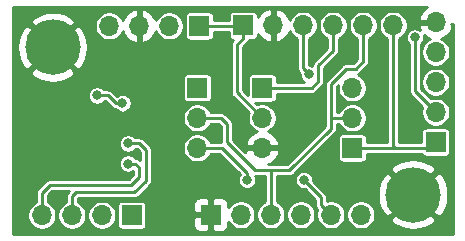
<source format=gtl>
G04 #@! TF.GenerationSoftware,KiCad,Pcbnew,5.1.5+dfsg1-2build2*
G04 #@! TF.CreationDate,2023-02-26T20:32:14+01:00*
G04 #@! TF.ProjectId,EcoApi_BeeHiveSensor,45636f41-7069-45f4-9265-654869766553,rev?*
G04 #@! TF.SameCoordinates,Original*
G04 #@! TF.FileFunction,Copper,L1,Top*
G04 #@! TF.FilePolarity,Positive*
%FSLAX46Y46*%
G04 Gerber Fmt 4.6, Leading zero omitted, Abs format (unit mm)*
G04 Created by KiCad (PCBNEW 5.1.5+dfsg1-2build2) date 2023-02-26 20:32:14*
%MOMM*%
%LPD*%
G04 APERTURE LIST*
%ADD10C,4.700000*%
%ADD11O,1.700000X1.700000*%
%ADD12R,1.700000X1.700000*%
%ADD13C,0.800000*%
%ADD14C,0.250000*%
%ADD15C,0.254000*%
G04 APERTURE END LIST*
D10*
X184610000Y-96310000D03*
X154100000Y-83820000D03*
D11*
X180190000Y-98000000D03*
X177650000Y-98000000D03*
X175110000Y-98000000D03*
X172570000Y-98000000D03*
X170030000Y-98000000D03*
D12*
X167490000Y-98000000D03*
D11*
X182920000Y-81970000D03*
X180380000Y-81970000D03*
X177840000Y-81970000D03*
X175300000Y-81970000D03*
X172760000Y-81970000D03*
D12*
X170220000Y-81970000D03*
D11*
X171840000Y-92350000D03*
X171840000Y-89810000D03*
D12*
X171840000Y-87270000D03*
D11*
X179470000Y-87270000D03*
X179470000Y-89810000D03*
D12*
X179470000Y-92350000D03*
D11*
X186530000Y-81690000D03*
X186530000Y-84230000D03*
X186530000Y-86770000D03*
X186530000Y-89310000D03*
D12*
X186530000Y-91850000D03*
D11*
X166340000Y-92340000D03*
X166340000Y-89800000D03*
D12*
X166340000Y-87260000D03*
D11*
X158890000Y-82020000D03*
X161430000Y-82020000D03*
X163970000Y-82020000D03*
D12*
X166510000Y-82020000D03*
D11*
X153190000Y-98050000D03*
X155730000Y-98050000D03*
X158270000Y-98050000D03*
D12*
X160810000Y-98050000D03*
D13*
X160480000Y-93670000D03*
X160490000Y-91970000D03*
X160010000Y-88570000D03*
X157860000Y-87900000D03*
X183880000Y-88470000D03*
X170020000Y-91120000D03*
X178930000Y-96420000D03*
X177740000Y-94140000D03*
X162680000Y-87650000D03*
X176200000Y-88290000D03*
X180640000Y-88600000D03*
X154530000Y-96480000D03*
X176560000Y-83350000D03*
X173080000Y-85320000D03*
X177880000Y-85360000D03*
X151480000Y-87030000D03*
X151440000Y-92350000D03*
X183860000Y-85470000D03*
X171110000Y-83720000D03*
X159430000Y-83690000D03*
X162750000Y-83680000D03*
X161010000Y-87370000D03*
X175360000Y-95070000D03*
X170560000Y-95070000D03*
X175830000Y-86130000D03*
X184760000Y-82990000D03*
D14*
X153190000Y-96130000D02*
X153190000Y-98050000D01*
X153860000Y-95460000D02*
X153190000Y-96130000D01*
X160730000Y-95460000D02*
X153860000Y-95460000D01*
X161420000Y-94770000D02*
X160730000Y-95460000D01*
X161420000Y-94770000D02*
X161420000Y-94000000D01*
X161090000Y-93670000D02*
X160480000Y-93670000D01*
X161420000Y-94000000D02*
X161090000Y-93670000D01*
X155730000Y-96430000D02*
X155730000Y-98050000D01*
X156040000Y-96120000D02*
X155730000Y-96430000D01*
X161000000Y-96120000D02*
X156040000Y-96120000D01*
X161980000Y-95140000D02*
X161000000Y-96120000D01*
X161980000Y-95140000D02*
X161980000Y-92500000D01*
X161450000Y-91970000D02*
X160490000Y-91970000D01*
X161980000Y-92500000D02*
X161450000Y-91970000D01*
X159444315Y-88570000D02*
X158774315Y-87900000D01*
X160010000Y-88570000D02*
X159444315Y-88570000D01*
X158774315Y-87900000D02*
X157860000Y-87900000D01*
X157860000Y-87900000D02*
X157860000Y-87900000D01*
X171840000Y-89810000D02*
X169670000Y-87640000D01*
X170220000Y-83070000D02*
X169670000Y-83620000D01*
X169670000Y-83620000D02*
X169670000Y-87640000D01*
X170220000Y-81970000D02*
X170220000Y-83070000D01*
X170170000Y-82020000D02*
X170220000Y-81970000D01*
X166510000Y-82020000D02*
X170170000Y-82020000D01*
X176800001Y-97150001D02*
X176800001Y-96510001D01*
X177650000Y-98000000D02*
X176800001Y-97150001D01*
X176800001Y-96510001D02*
X175360000Y-95070000D01*
X175360000Y-95070000D02*
X175360000Y-95070000D01*
X175300000Y-85600000D02*
X175830000Y-86130000D01*
X175300000Y-81970000D02*
X175300000Y-85600000D01*
X170560000Y-94470000D02*
X170560000Y-95070000D01*
X168430000Y-92340000D02*
X170560000Y-94470000D01*
X166340000Y-92340000D02*
X168430000Y-92340000D01*
X168840000Y-91860000D02*
X168840000Y-90310000D01*
X168330000Y-89800000D02*
X166340000Y-89800000D01*
X168840000Y-90310000D02*
X168330000Y-89800000D01*
X177690000Y-89810000D02*
X179470000Y-89810000D01*
X177650000Y-89770000D02*
X177690000Y-89810000D01*
X177650000Y-90730000D02*
X177650000Y-89770000D01*
X171220000Y-94240000D02*
X168840000Y-91860000D01*
X174140000Y-94240000D02*
X177650000Y-90730000D01*
X172570000Y-94300000D02*
X172570000Y-98000000D01*
X172510000Y-94240000D02*
X172570000Y-94300000D01*
X174140000Y-94240000D02*
X172510000Y-94240000D01*
X172510000Y-94240000D02*
X171220000Y-94240000D01*
X180380000Y-83560000D02*
X180380000Y-81970000D01*
X180390000Y-83580000D02*
X180380000Y-83560000D01*
X180390000Y-85010000D02*
X180390000Y-83580000D01*
X179760000Y-85640000D02*
X180390000Y-85010000D01*
X177650000Y-86950000D02*
X178960000Y-85640000D01*
X178960000Y-85640000D02*
X179760000Y-85640000D01*
X177650000Y-89770000D02*
X177650000Y-86950000D01*
X177840000Y-82370000D02*
X177840000Y-81970000D01*
X184760000Y-87540000D02*
X186530000Y-89310000D01*
X184760000Y-82990000D02*
X184760000Y-87540000D01*
X177840000Y-84033590D02*
X177840000Y-81970000D01*
X176600000Y-85350000D02*
X177840000Y-84110000D01*
X177840000Y-84110000D02*
X177840000Y-84033590D01*
X176600000Y-86690000D02*
X176600000Y-85350000D01*
X176020000Y-87270000D02*
X176600000Y-86690000D01*
X171840000Y-87270000D02*
X176020000Y-87270000D01*
X182920000Y-86090000D02*
X182920000Y-81970000D01*
X186030000Y-92350000D02*
X186530000Y-91850000D01*
X182920000Y-92220000D02*
X182920000Y-86090000D01*
X183050000Y-92350000D02*
X182920000Y-92220000D01*
X179470000Y-92350000D02*
X183050000Y-92350000D01*
X183050000Y-92350000D02*
X186030000Y-92350000D01*
D15*
G36*
X185648645Y-80494822D02*
G01*
X185432412Y-80689731D01*
X185258359Y-80923080D01*
X185133175Y-81185901D01*
X185088524Y-81333110D01*
X185209845Y-81563000D01*
X186403000Y-81563000D01*
X186403000Y-81543000D01*
X186657000Y-81543000D01*
X186657000Y-81563000D01*
X186677000Y-81563000D01*
X186677000Y-81817000D01*
X186657000Y-81817000D01*
X186657000Y-81837000D01*
X186403000Y-81837000D01*
X186403000Y-81817000D01*
X185209845Y-81817000D01*
X185088524Y-82046890D01*
X185133175Y-82194099D01*
X185207197Y-82349507D01*
X185129942Y-82297887D01*
X184987809Y-82239013D01*
X184836922Y-82209000D01*
X184683078Y-82209000D01*
X184532191Y-82239013D01*
X184390058Y-82297887D01*
X184262141Y-82383358D01*
X184153358Y-82492141D01*
X184067887Y-82620058D01*
X184009013Y-82762191D01*
X183979000Y-82913078D01*
X183979000Y-83066922D01*
X184009013Y-83217809D01*
X184067887Y-83359942D01*
X184153358Y-83487859D01*
X184254000Y-83588501D01*
X184254001Y-87515144D01*
X184251553Y-87540000D01*
X184261322Y-87639192D01*
X184290255Y-87734574D01*
X184312127Y-87775492D01*
X184337242Y-87822479D01*
X184400474Y-87899527D01*
X184419781Y-87915372D01*
X185378242Y-88873833D01*
X185346307Y-88950931D01*
X185299000Y-89188757D01*
X185299000Y-89431243D01*
X185346307Y-89669069D01*
X185439102Y-89893097D01*
X185573820Y-90094717D01*
X185745283Y-90266180D01*
X185946903Y-90400898D01*
X186170931Y-90493693D01*
X186408757Y-90541000D01*
X186651243Y-90541000D01*
X186889069Y-90493693D01*
X187113097Y-90400898D01*
X187314717Y-90266180D01*
X187486180Y-90094717D01*
X187620898Y-89893097D01*
X187713693Y-89669069D01*
X187761000Y-89431243D01*
X187761000Y-89188757D01*
X187713693Y-88950931D01*
X187620898Y-88726903D01*
X187486180Y-88525283D01*
X187314717Y-88353820D01*
X187113097Y-88219102D01*
X186889069Y-88126307D01*
X186651243Y-88079000D01*
X186408757Y-88079000D01*
X186170931Y-88126307D01*
X186093833Y-88158242D01*
X185266000Y-87330409D01*
X185266000Y-86648757D01*
X185299000Y-86648757D01*
X185299000Y-86891243D01*
X185346307Y-87129069D01*
X185439102Y-87353097D01*
X185573820Y-87554717D01*
X185745283Y-87726180D01*
X185946903Y-87860898D01*
X186170931Y-87953693D01*
X186408757Y-88001000D01*
X186651243Y-88001000D01*
X186889069Y-87953693D01*
X187113097Y-87860898D01*
X187314717Y-87726180D01*
X187486180Y-87554717D01*
X187620898Y-87353097D01*
X187713693Y-87129069D01*
X187761000Y-86891243D01*
X187761000Y-86648757D01*
X187713693Y-86410931D01*
X187620898Y-86186903D01*
X187486180Y-85985283D01*
X187314717Y-85813820D01*
X187113097Y-85679102D01*
X186889069Y-85586307D01*
X186651243Y-85539000D01*
X186408757Y-85539000D01*
X186170931Y-85586307D01*
X185946903Y-85679102D01*
X185745283Y-85813820D01*
X185573820Y-85985283D01*
X185439102Y-86186903D01*
X185346307Y-86410931D01*
X185299000Y-86648757D01*
X185266000Y-86648757D01*
X185266000Y-83588501D01*
X185366642Y-83487859D01*
X185452113Y-83359942D01*
X185510987Y-83217809D01*
X185541000Y-83066922D01*
X185541000Y-82913078D01*
X185510987Y-82762191D01*
X185510263Y-82760442D01*
X185648645Y-82885178D01*
X185898748Y-83034157D01*
X186061168Y-83091772D01*
X185946903Y-83139102D01*
X185745283Y-83273820D01*
X185573820Y-83445283D01*
X185439102Y-83646903D01*
X185346307Y-83870931D01*
X185299000Y-84108757D01*
X185299000Y-84351243D01*
X185346307Y-84589069D01*
X185439102Y-84813097D01*
X185573820Y-85014717D01*
X185745283Y-85186180D01*
X185946903Y-85320898D01*
X186170931Y-85413693D01*
X186408757Y-85461000D01*
X186651243Y-85461000D01*
X186889069Y-85413693D01*
X187113097Y-85320898D01*
X187314717Y-85186180D01*
X187486180Y-85014717D01*
X187620898Y-84813097D01*
X187713693Y-84589069D01*
X187761000Y-84351243D01*
X187761000Y-84108757D01*
X187713693Y-83870931D01*
X187620898Y-83646903D01*
X187486180Y-83445283D01*
X187314717Y-83273820D01*
X187113097Y-83139102D01*
X186998832Y-83091772D01*
X187161252Y-83034157D01*
X187411355Y-82885178D01*
X187627588Y-82690269D01*
X187801641Y-82456920D01*
X187926825Y-82194099D01*
X187971476Y-82046890D01*
X187850156Y-81817002D01*
X187994000Y-81817002D01*
X187994001Y-99614000D01*
X150706000Y-99614000D01*
X150706000Y-97928757D01*
X151959000Y-97928757D01*
X151959000Y-98171243D01*
X152006307Y-98409069D01*
X152099102Y-98633097D01*
X152233820Y-98834717D01*
X152405283Y-99006180D01*
X152606903Y-99140898D01*
X152830931Y-99233693D01*
X153068757Y-99281000D01*
X153311243Y-99281000D01*
X153549069Y-99233693D01*
X153773097Y-99140898D01*
X153974717Y-99006180D01*
X154146180Y-98834717D01*
X154280898Y-98633097D01*
X154373693Y-98409069D01*
X154421000Y-98171243D01*
X154421000Y-97928757D01*
X154373693Y-97690931D01*
X154280898Y-97466903D01*
X154146180Y-97265283D01*
X153974717Y-97093820D01*
X153773097Y-96959102D01*
X153696000Y-96927168D01*
X153696000Y-96339591D01*
X154069592Y-95966000D01*
X155478409Y-95966000D01*
X155389785Y-96054624D01*
X155370473Y-96070473D01*
X155307241Y-96147521D01*
X155260255Y-96235426D01*
X155231322Y-96330808D01*
X155224000Y-96405147D01*
X155224000Y-96405154D01*
X155221553Y-96430000D01*
X155224000Y-96454847D01*
X155224000Y-96927167D01*
X155146903Y-96959102D01*
X154945283Y-97093820D01*
X154773820Y-97265283D01*
X154639102Y-97466903D01*
X154546307Y-97690931D01*
X154499000Y-97928757D01*
X154499000Y-98171243D01*
X154546307Y-98409069D01*
X154639102Y-98633097D01*
X154773820Y-98834717D01*
X154945283Y-99006180D01*
X155146903Y-99140898D01*
X155370931Y-99233693D01*
X155608757Y-99281000D01*
X155851243Y-99281000D01*
X156089069Y-99233693D01*
X156313097Y-99140898D01*
X156514717Y-99006180D01*
X156686180Y-98834717D01*
X156820898Y-98633097D01*
X156913693Y-98409069D01*
X156961000Y-98171243D01*
X156961000Y-97928757D01*
X157039000Y-97928757D01*
X157039000Y-98171243D01*
X157086307Y-98409069D01*
X157179102Y-98633097D01*
X157313820Y-98834717D01*
X157485283Y-99006180D01*
X157686903Y-99140898D01*
X157910931Y-99233693D01*
X158148757Y-99281000D01*
X158391243Y-99281000D01*
X158629069Y-99233693D01*
X158853097Y-99140898D01*
X159054717Y-99006180D01*
X159226180Y-98834717D01*
X159360898Y-98633097D01*
X159453693Y-98409069D01*
X159501000Y-98171243D01*
X159501000Y-97928757D01*
X159453693Y-97690931D01*
X159360898Y-97466903D01*
X159226180Y-97265283D01*
X159160897Y-97200000D01*
X159577157Y-97200000D01*
X159577157Y-98900000D01*
X159584513Y-98974689D01*
X159606299Y-99046508D01*
X159641678Y-99112696D01*
X159689289Y-99170711D01*
X159747304Y-99218322D01*
X159813492Y-99253701D01*
X159885311Y-99275487D01*
X159960000Y-99282843D01*
X161660000Y-99282843D01*
X161734689Y-99275487D01*
X161806508Y-99253701D01*
X161872696Y-99218322D01*
X161930711Y-99170711D01*
X161978322Y-99112696D01*
X162013701Y-99046508D01*
X162035487Y-98974689D01*
X162042843Y-98900000D01*
X162042843Y-98850000D01*
X166001928Y-98850000D01*
X166014188Y-98974482D01*
X166050498Y-99094180D01*
X166109463Y-99204494D01*
X166188815Y-99301185D01*
X166285506Y-99380537D01*
X166395820Y-99439502D01*
X166515518Y-99475812D01*
X166640000Y-99488072D01*
X167204250Y-99485000D01*
X167363000Y-99326250D01*
X167363000Y-98127000D01*
X166163750Y-98127000D01*
X166005000Y-98285750D01*
X166001928Y-98850000D01*
X162042843Y-98850000D01*
X162042843Y-97200000D01*
X162037919Y-97150000D01*
X166001928Y-97150000D01*
X166005000Y-97714250D01*
X166163750Y-97873000D01*
X167363000Y-97873000D01*
X167363000Y-96673750D01*
X167617000Y-96673750D01*
X167617000Y-97873000D01*
X167637000Y-97873000D01*
X167637000Y-98127000D01*
X167617000Y-98127000D01*
X167617000Y-99326250D01*
X167775750Y-99485000D01*
X168340000Y-99488072D01*
X168464482Y-99475812D01*
X168584180Y-99439502D01*
X168694494Y-99380537D01*
X168791185Y-99301185D01*
X168870537Y-99204494D01*
X168929502Y-99094180D01*
X168965812Y-98974482D01*
X168978072Y-98850000D01*
X168976927Y-98639706D01*
X169073820Y-98784717D01*
X169245283Y-98956180D01*
X169446903Y-99090898D01*
X169670931Y-99183693D01*
X169908757Y-99231000D01*
X170151243Y-99231000D01*
X170389069Y-99183693D01*
X170613097Y-99090898D01*
X170814717Y-98956180D01*
X170986180Y-98784717D01*
X171120898Y-98583097D01*
X171213693Y-98359069D01*
X171261000Y-98121243D01*
X171261000Y-97878757D01*
X171213693Y-97640931D01*
X171120898Y-97416903D01*
X170986180Y-97215283D01*
X170814717Y-97043820D01*
X170613097Y-96909102D01*
X170389069Y-96816307D01*
X170151243Y-96769000D01*
X169908757Y-96769000D01*
X169670931Y-96816307D01*
X169446903Y-96909102D01*
X169245283Y-97043820D01*
X169073820Y-97215283D01*
X168976927Y-97360294D01*
X168978072Y-97150000D01*
X168965812Y-97025518D01*
X168929502Y-96905820D01*
X168870537Y-96795506D01*
X168791185Y-96698815D01*
X168694494Y-96619463D01*
X168584180Y-96560498D01*
X168464482Y-96524188D01*
X168340000Y-96511928D01*
X167775750Y-96515000D01*
X167617000Y-96673750D01*
X167363000Y-96673750D01*
X167204250Y-96515000D01*
X166640000Y-96511928D01*
X166515518Y-96524188D01*
X166395820Y-96560498D01*
X166285506Y-96619463D01*
X166188815Y-96698815D01*
X166109463Y-96795506D01*
X166050498Y-96905820D01*
X166014188Y-97025518D01*
X166001928Y-97150000D01*
X162037919Y-97150000D01*
X162035487Y-97125311D01*
X162013701Y-97053492D01*
X161978322Y-96987304D01*
X161930711Y-96929289D01*
X161872696Y-96881678D01*
X161806508Y-96846299D01*
X161734689Y-96824513D01*
X161660000Y-96817157D01*
X159960000Y-96817157D01*
X159885311Y-96824513D01*
X159813492Y-96846299D01*
X159747304Y-96881678D01*
X159689289Y-96929289D01*
X159641678Y-96987304D01*
X159606299Y-97053492D01*
X159584513Y-97125311D01*
X159577157Y-97200000D01*
X159160897Y-97200000D01*
X159054717Y-97093820D01*
X158853097Y-96959102D01*
X158629069Y-96866307D01*
X158391243Y-96819000D01*
X158148757Y-96819000D01*
X157910931Y-96866307D01*
X157686903Y-96959102D01*
X157485283Y-97093820D01*
X157313820Y-97265283D01*
X157179102Y-97466903D01*
X157086307Y-97690931D01*
X157039000Y-97928757D01*
X156961000Y-97928757D01*
X156913693Y-97690931D01*
X156820898Y-97466903D01*
X156686180Y-97265283D01*
X156514717Y-97093820D01*
X156313097Y-96959102D01*
X156236000Y-96927168D01*
X156236000Y-96639591D01*
X156249591Y-96626000D01*
X160975154Y-96626000D01*
X161000000Y-96628447D01*
X161024846Y-96626000D01*
X161024854Y-96626000D01*
X161099193Y-96618678D01*
X161194575Y-96589745D01*
X161282479Y-96542759D01*
X161359527Y-96479527D01*
X161375376Y-96460215D01*
X162320220Y-95515372D01*
X162339527Y-95499527D01*
X162402759Y-95422479D01*
X162449745Y-95334575D01*
X162478678Y-95239193D01*
X162486000Y-95164854D01*
X162486000Y-95164847D01*
X162488447Y-95140001D01*
X162486000Y-95115155D01*
X162486000Y-92524845D01*
X162488447Y-92499999D01*
X162486000Y-92475153D01*
X162486000Y-92475146D01*
X162478678Y-92400807D01*
X162449745Y-92305425D01*
X162402759Y-92217521D01*
X162339527Y-92140473D01*
X162320220Y-92124628D01*
X161825376Y-91629785D01*
X161809527Y-91610473D01*
X161732479Y-91547241D01*
X161644575Y-91500255D01*
X161549193Y-91471322D01*
X161474854Y-91464000D01*
X161474846Y-91464000D01*
X161450000Y-91461553D01*
X161425154Y-91464000D01*
X161088501Y-91464000D01*
X160987859Y-91363358D01*
X160859942Y-91277887D01*
X160717809Y-91219013D01*
X160566922Y-91189000D01*
X160413078Y-91189000D01*
X160262191Y-91219013D01*
X160120058Y-91277887D01*
X159992141Y-91363358D01*
X159883358Y-91472141D01*
X159797887Y-91600058D01*
X159739013Y-91742191D01*
X159709000Y-91893078D01*
X159709000Y-92046922D01*
X159739013Y-92197809D01*
X159797887Y-92339942D01*
X159883358Y-92467859D01*
X159992141Y-92576642D01*
X160120058Y-92662113D01*
X160262191Y-92720987D01*
X160413078Y-92751000D01*
X160566922Y-92751000D01*
X160717809Y-92720987D01*
X160859942Y-92662113D01*
X160987859Y-92576642D01*
X161088501Y-92476000D01*
X161240409Y-92476000D01*
X161474001Y-92709593D01*
X161474001Y-93338410D01*
X161465376Y-93329785D01*
X161449527Y-93310473D01*
X161372479Y-93247241D01*
X161284575Y-93200255D01*
X161189193Y-93171322D01*
X161114854Y-93164000D01*
X161114846Y-93164000D01*
X161090000Y-93161553D01*
X161077304Y-93162803D01*
X160977859Y-93063358D01*
X160849942Y-92977887D01*
X160707809Y-92919013D01*
X160556922Y-92889000D01*
X160403078Y-92889000D01*
X160252191Y-92919013D01*
X160110058Y-92977887D01*
X159982141Y-93063358D01*
X159873358Y-93172141D01*
X159787887Y-93300058D01*
X159729013Y-93442191D01*
X159699000Y-93593078D01*
X159699000Y-93746922D01*
X159729013Y-93897809D01*
X159787887Y-94039942D01*
X159873358Y-94167859D01*
X159982141Y-94276642D01*
X160110058Y-94362113D01*
X160252191Y-94420987D01*
X160403078Y-94451000D01*
X160556922Y-94451000D01*
X160707809Y-94420987D01*
X160849942Y-94362113D01*
X160914001Y-94319311D01*
X160914000Y-94560408D01*
X160520409Y-94954000D01*
X153884845Y-94954000D01*
X153859999Y-94951553D01*
X153835153Y-94954000D01*
X153835146Y-94954000D01*
X153770694Y-94960348D01*
X153760806Y-94961322D01*
X153665425Y-94990255D01*
X153577521Y-95037241D01*
X153500473Y-95100473D01*
X153484629Y-95119779D01*
X152849785Y-95754624D01*
X152830473Y-95770473D01*
X152767241Y-95847521D01*
X152720255Y-95935426D01*
X152691322Y-96030808D01*
X152684000Y-96105147D01*
X152684000Y-96105154D01*
X152681553Y-96130000D01*
X152684000Y-96154846D01*
X152684000Y-96927167D01*
X152606903Y-96959102D01*
X152405283Y-97093820D01*
X152233820Y-97265283D01*
X152099102Y-97466903D01*
X152006307Y-97690931D01*
X151959000Y-97928757D01*
X150706000Y-97928757D01*
X150706000Y-89678757D01*
X165109000Y-89678757D01*
X165109000Y-89921243D01*
X165156307Y-90159069D01*
X165249102Y-90383097D01*
X165383820Y-90584717D01*
X165555283Y-90756180D01*
X165756903Y-90890898D01*
X165980931Y-90983693D01*
X166218757Y-91031000D01*
X166461243Y-91031000D01*
X166699069Y-90983693D01*
X166923097Y-90890898D01*
X167124717Y-90756180D01*
X167296180Y-90584717D01*
X167430898Y-90383097D01*
X167462832Y-90306000D01*
X168120409Y-90306000D01*
X168334001Y-90519593D01*
X168334000Y-91834000D01*
X167462832Y-91834000D01*
X167430898Y-91756903D01*
X167296180Y-91555283D01*
X167124717Y-91383820D01*
X166923097Y-91249102D01*
X166699069Y-91156307D01*
X166461243Y-91109000D01*
X166218757Y-91109000D01*
X165980931Y-91156307D01*
X165756903Y-91249102D01*
X165555283Y-91383820D01*
X165383820Y-91555283D01*
X165249102Y-91756903D01*
X165156307Y-91980931D01*
X165109000Y-92218757D01*
X165109000Y-92461243D01*
X165156307Y-92699069D01*
X165249102Y-92923097D01*
X165383820Y-93124717D01*
X165555283Y-93296180D01*
X165756903Y-93430898D01*
X165980931Y-93523693D01*
X166218757Y-93571000D01*
X166461243Y-93571000D01*
X166699069Y-93523693D01*
X166923097Y-93430898D01*
X167124717Y-93296180D01*
X167296180Y-93124717D01*
X167430898Y-92923097D01*
X167462832Y-92846000D01*
X168220409Y-92846000D01*
X169950631Y-94576223D01*
X169867887Y-94700058D01*
X169809013Y-94842191D01*
X169779000Y-94993078D01*
X169779000Y-95146922D01*
X169809013Y-95297809D01*
X169867887Y-95439942D01*
X169953358Y-95567859D01*
X170062141Y-95676642D01*
X170190058Y-95762113D01*
X170332191Y-95820987D01*
X170483078Y-95851000D01*
X170636922Y-95851000D01*
X170787809Y-95820987D01*
X170929942Y-95762113D01*
X171057859Y-95676642D01*
X171166642Y-95567859D01*
X171252113Y-95439942D01*
X171310987Y-95297809D01*
X171341000Y-95146922D01*
X171341000Y-94993078D01*
X171310987Y-94842191D01*
X171271143Y-94746000D01*
X172064000Y-94746000D01*
X172064001Y-96877167D01*
X171986903Y-96909102D01*
X171785283Y-97043820D01*
X171613820Y-97215283D01*
X171479102Y-97416903D01*
X171386307Y-97640931D01*
X171339000Y-97878757D01*
X171339000Y-98121243D01*
X171386307Y-98359069D01*
X171479102Y-98583097D01*
X171613820Y-98784717D01*
X171785283Y-98956180D01*
X171986903Y-99090898D01*
X172210931Y-99183693D01*
X172448757Y-99231000D01*
X172691243Y-99231000D01*
X172929069Y-99183693D01*
X173153097Y-99090898D01*
X173354717Y-98956180D01*
X173526180Y-98784717D01*
X173660898Y-98583097D01*
X173753693Y-98359069D01*
X173801000Y-98121243D01*
X173801000Y-97878757D01*
X173879000Y-97878757D01*
X173879000Y-98121243D01*
X173926307Y-98359069D01*
X174019102Y-98583097D01*
X174153820Y-98784717D01*
X174325283Y-98956180D01*
X174526903Y-99090898D01*
X174750931Y-99183693D01*
X174988757Y-99231000D01*
X175231243Y-99231000D01*
X175469069Y-99183693D01*
X175693097Y-99090898D01*
X175894717Y-98956180D01*
X176066180Y-98784717D01*
X176200898Y-98583097D01*
X176293693Y-98359069D01*
X176341000Y-98121243D01*
X176341000Y-97878757D01*
X176293693Y-97640931D01*
X176200898Y-97416903D01*
X176066180Y-97215283D01*
X175894717Y-97043820D01*
X175693097Y-96909102D01*
X175469069Y-96816307D01*
X175231243Y-96769000D01*
X174988757Y-96769000D01*
X174750931Y-96816307D01*
X174526903Y-96909102D01*
X174325283Y-97043820D01*
X174153820Y-97215283D01*
X174019102Y-97416903D01*
X173926307Y-97640931D01*
X173879000Y-97878757D01*
X173801000Y-97878757D01*
X173753693Y-97640931D01*
X173660898Y-97416903D01*
X173526180Y-97215283D01*
X173354717Y-97043820D01*
X173153097Y-96909102D01*
X173076000Y-96877168D01*
X173076000Y-94993078D01*
X174579000Y-94993078D01*
X174579000Y-95146922D01*
X174609013Y-95297809D01*
X174667887Y-95439942D01*
X174753358Y-95567859D01*
X174862141Y-95676642D01*
X174990058Y-95762113D01*
X175132191Y-95820987D01*
X175283078Y-95851000D01*
X175425409Y-95851000D01*
X176294002Y-96719594D01*
X176294001Y-97125154D01*
X176291554Y-97150001D01*
X176294001Y-97174847D01*
X176294001Y-97174854D01*
X176301323Y-97249193D01*
X176330256Y-97344575D01*
X176377242Y-97432480D01*
X176440474Y-97509528D01*
X176459786Y-97525377D01*
X176498242Y-97563833D01*
X176466307Y-97640931D01*
X176419000Y-97878757D01*
X176419000Y-98121243D01*
X176466307Y-98359069D01*
X176559102Y-98583097D01*
X176693820Y-98784717D01*
X176865283Y-98956180D01*
X177066903Y-99090898D01*
X177290931Y-99183693D01*
X177528757Y-99231000D01*
X177771243Y-99231000D01*
X178009069Y-99183693D01*
X178233097Y-99090898D01*
X178434717Y-98956180D01*
X178606180Y-98784717D01*
X178740898Y-98583097D01*
X178833693Y-98359069D01*
X178881000Y-98121243D01*
X178881000Y-97878757D01*
X178959000Y-97878757D01*
X178959000Y-98121243D01*
X179006307Y-98359069D01*
X179099102Y-98583097D01*
X179233820Y-98784717D01*
X179405283Y-98956180D01*
X179606903Y-99090898D01*
X179830931Y-99183693D01*
X180068757Y-99231000D01*
X180311243Y-99231000D01*
X180549069Y-99183693D01*
X180773097Y-99090898D01*
X180974717Y-98956180D01*
X181146180Y-98784717D01*
X181280898Y-98583097D01*
X181354059Y-98406468D01*
X182693137Y-98406468D01*
X182951298Y-98809073D01*
X183470715Y-99084651D01*
X184033913Y-99253601D01*
X184619250Y-99309430D01*
X185204233Y-99249992D01*
X185766379Y-99077571D01*
X186268702Y-98809073D01*
X186526863Y-98406468D01*
X184610000Y-96489605D01*
X182693137Y-98406468D01*
X181354059Y-98406468D01*
X181373693Y-98359069D01*
X181421000Y-98121243D01*
X181421000Y-97878757D01*
X181373693Y-97640931D01*
X181280898Y-97416903D01*
X181146180Y-97215283D01*
X180974717Y-97043820D01*
X180773097Y-96909102D01*
X180549069Y-96816307D01*
X180311243Y-96769000D01*
X180068757Y-96769000D01*
X179830931Y-96816307D01*
X179606903Y-96909102D01*
X179405283Y-97043820D01*
X179233820Y-97215283D01*
X179099102Y-97416903D01*
X179006307Y-97640931D01*
X178959000Y-97878757D01*
X178881000Y-97878757D01*
X178833693Y-97640931D01*
X178740898Y-97416903D01*
X178606180Y-97215283D01*
X178434717Y-97043820D01*
X178233097Y-96909102D01*
X178009069Y-96816307D01*
X177771243Y-96769000D01*
X177528757Y-96769000D01*
X177306001Y-96813309D01*
X177306001Y-96534847D01*
X177308448Y-96510001D01*
X177306001Y-96485155D01*
X177306001Y-96485147D01*
X177298679Y-96410808D01*
X177270906Y-96319250D01*
X181610570Y-96319250D01*
X181670008Y-96904233D01*
X181842429Y-97466379D01*
X182110927Y-97968702D01*
X182513532Y-98226863D01*
X184430395Y-96310000D01*
X184789605Y-96310000D01*
X186706468Y-98226863D01*
X187109073Y-97968702D01*
X187384651Y-97449285D01*
X187553601Y-96886087D01*
X187609430Y-96300750D01*
X187549992Y-95715767D01*
X187377571Y-95153621D01*
X187109073Y-94651298D01*
X186706468Y-94393137D01*
X184789605Y-96310000D01*
X184430395Y-96310000D01*
X182513532Y-94393137D01*
X182110927Y-94651298D01*
X181835349Y-95170715D01*
X181666399Y-95733913D01*
X181610570Y-96319250D01*
X177270906Y-96319250D01*
X177269746Y-96315426D01*
X177222760Y-96227522D01*
X177159528Y-96150474D01*
X177140221Y-96134629D01*
X176141000Y-95135409D01*
X176141000Y-94993078D01*
X176110987Y-94842191D01*
X176052113Y-94700058D01*
X175966642Y-94572141D01*
X175857859Y-94463358D01*
X175729942Y-94377887D01*
X175587809Y-94319013D01*
X175436922Y-94289000D01*
X175283078Y-94289000D01*
X175132191Y-94319013D01*
X174990058Y-94377887D01*
X174862141Y-94463358D01*
X174753358Y-94572141D01*
X174667887Y-94700058D01*
X174609013Y-94842191D01*
X174579000Y-94993078D01*
X173076000Y-94993078D01*
X173076000Y-94746000D01*
X174115154Y-94746000D01*
X174140000Y-94748447D01*
X174164846Y-94746000D01*
X174164854Y-94746000D01*
X174239193Y-94738678D01*
X174334575Y-94709745D01*
X174422479Y-94662759D01*
X174499527Y-94599527D01*
X174515376Y-94580215D01*
X174882059Y-94213532D01*
X182693137Y-94213532D01*
X184610000Y-96130395D01*
X186526863Y-94213532D01*
X186268702Y-93810927D01*
X185749285Y-93535349D01*
X185186087Y-93366399D01*
X184600750Y-93310570D01*
X184015767Y-93370008D01*
X183453621Y-93542429D01*
X182951298Y-93810927D01*
X182693137Y-94213532D01*
X174882059Y-94213532D01*
X177595591Y-91500000D01*
X178237157Y-91500000D01*
X178237157Y-93200000D01*
X178244513Y-93274689D01*
X178266299Y-93346508D01*
X178301678Y-93412696D01*
X178349289Y-93470711D01*
X178407304Y-93518322D01*
X178473492Y-93553701D01*
X178545311Y-93575487D01*
X178620000Y-93582843D01*
X180320000Y-93582843D01*
X180394689Y-93575487D01*
X180466508Y-93553701D01*
X180532696Y-93518322D01*
X180590711Y-93470711D01*
X180638322Y-93412696D01*
X180673701Y-93346508D01*
X180695487Y-93274689D01*
X180702843Y-93200000D01*
X180702843Y-92856000D01*
X183025146Y-92856000D01*
X183050000Y-92858448D01*
X183074854Y-92856000D01*
X185331373Y-92856000D01*
X185361678Y-92912696D01*
X185409289Y-92970711D01*
X185467304Y-93018322D01*
X185533492Y-93053701D01*
X185605311Y-93075487D01*
X185680000Y-93082843D01*
X187380000Y-93082843D01*
X187454689Y-93075487D01*
X187526508Y-93053701D01*
X187592696Y-93018322D01*
X187650711Y-92970711D01*
X187698322Y-92912696D01*
X187733701Y-92846508D01*
X187755487Y-92774689D01*
X187762843Y-92700000D01*
X187762843Y-91000000D01*
X187755487Y-90925311D01*
X187733701Y-90853492D01*
X187698322Y-90787304D01*
X187650711Y-90729289D01*
X187592696Y-90681678D01*
X187526508Y-90646299D01*
X187454689Y-90624513D01*
X187380000Y-90617157D01*
X185680000Y-90617157D01*
X185605311Y-90624513D01*
X185533492Y-90646299D01*
X185467304Y-90681678D01*
X185409289Y-90729289D01*
X185361678Y-90787304D01*
X185326299Y-90853492D01*
X185304513Y-90925311D01*
X185297157Y-91000000D01*
X185297157Y-91844000D01*
X183426000Y-91844000D01*
X183426000Y-83092832D01*
X183503097Y-83060898D01*
X183704717Y-82926180D01*
X183876180Y-82754717D01*
X184010898Y-82553097D01*
X184103693Y-82329069D01*
X184151000Y-82091243D01*
X184151000Y-81848757D01*
X184103693Y-81610931D01*
X184010898Y-81386903D01*
X183876180Y-81185283D01*
X183704717Y-81013820D01*
X183503097Y-80879102D01*
X183279069Y-80786307D01*
X183041243Y-80739000D01*
X182798757Y-80739000D01*
X182560931Y-80786307D01*
X182336903Y-80879102D01*
X182135283Y-81013820D01*
X181963820Y-81185283D01*
X181829102Y-81386903D01*
X181736307Y-81610931D01*
X181689000Y-81848757D01*
X181689000Y-82091243D01*
X181736307Y-82329069D01*
X181829102Y-82553097D01*
X181963820Y-82754717D01*
X182135283Y-82926180D01*
X182336903Y-83060898D01*
X182414001Y-83092833D01*
X182414000Y-86114853D01*
X182414001Y-86114863D01*
X182414000Y-91844000D01*
X180702843Y-91844000D01*
X180702843Y-91500000D01*
X180695487Y-91425311D01*
X180673701Y-91353492D01*
X180638322Y-91287304D01*
X180590711Y-91229289D01*
X180532696Y-91181678D01*
X180466508Y-91146299D01*
X180394689Y-91124513D01*
X180320000Y-91117157D01*
X178620000Y-91117157D01*
X178545311Y-91124513D01*
X178473492Y-91146299D01*
X178407304Y-91181678D01*
X178349289Y-91229289D01*
X178301678Y-91287304D01*
X178266299Y-91353492D01*
X178244513Y-91425311D01*
X178237157Y-91500000D01*
X177595591Y-91500000D01*
X177990220Y-91105372D01*
X178009527Y-91089527D01*
X178072759Y-91012479D01*
X178119745Y-90924575D01*
X178148678Y-90829193D01*
X178156000Y-90754854D01*
X178156000Y-90754853D01*
X178158448Y-90730000D01*
X178156000Y-90705146D01*
X178156000Y-90316000D01*
X178347168Y-90316000D01*
X178379102Y-90393097D01*
X178513820Y-90594717D01*
X178685283Y-90766180D01*
X178886903Y-90900898D01*
X179110931Y-90993693D01*
X179348757Y-91041000D01*
X179591243Y-91041000D01*
X179829069Y-90993693D01*
X180053097Y-90900898D01*
X180254717Y-90766180D01*
X180426180Y-90594717D01*
X180560898Y-90393097D01*
X180653693Y-90169069D01*
X180701000Y-89931243D01*
X180701000Y-89688757D01*
X180653693Y-89450931D01*
X180560898Y-89226903D01*
X180426180Y-89025283D01*
X180254717Y-88853820D01*
X180053097Y-88719102D01*
X179829069Y-88626307D01*
X179591243Y-88579000D01*
X179348757Y-88579000D01*
X179110931Y-88626307D01*
X178886903Y-88719102D01*
X178685283Y-88853820D01*
X178513820Y-89025283D01*
X178379102Y-89226903D01*
X178347168Y-89304000D01*
X178156000Y-89304000D01*
X178156000Y-87159591D01*
X178256919Y-87058672D01*
X178239000Y-87148757D01*
X178239000Y-87391243D01*
X178286307Y-87629069D01*
X178379102Y-87853097D01*
X178513820Y-88054717D01*
X178685283Y-88226180D01*
X178886903Y-88360898D01*
X179110931Y-88453693D01*
X179348757Y-88501000D01*
X179591243Y-88501000D01*
X179829069Y-88453693D01*
X180053097Y-88360898D01*
X180254717Y-88226180D01*
X180426180Y-88054717D01*
X180560898Y-87853097D01*
X180653693Y-87629069D01*
X180701000Y-87391243D01*
X180701000Y-87148757D01*
X180653693Y-86910931D01*
X180560898Y-86686903D01*
X180426180Y-86485283D01*
X180254717Y-86313820D01*
X180053097Y-86179102D01*
X179914790Y-86121813D01*
X179954575Y-86109745D01*
X180042479Y-86062759D01*
X180119527Y-85999527D01*
X180135376Y-85980215D01*
X180730220Y-85385372D01*
X180749527Y-85369527D01*
X180812759Y-85292479D01*
X180859745Y-85204575D01*
X180888678Y-85109193D01*
X180896000Y-85034854D01*
X180896000Y-85034853D01*
X180898448Y-85010000D01*
X180896000Y-84985146D01*
X180896000Y-83586874D01*
X180897169Y-83543958D01*
X180891803Y-83512535D01*
X180888678Y-83480807D01*
X180886000Y-83471979D01*
X180886000Y-83092832D01*
X180963097Y-83060898D01*
X181164717Y-82926180D01*
X181336180Y-82754717D01*
X181470898Y-82553097D01*
X181563693Y-82329069D01*
X181611000Y-82091243D01*
X181611000Y-81848757D01*
X181563693Y-81610931D01*
X181470898Y-81386903D01*
X181336180Y-81185283D01*
X181164717Y-81013820D01*
X180963097Y-80879102D01*
X180739069Y-80786307D01*
X180501243Y-80739000D01*
X180258757Y-80739000D01*
X180020931Y-80786307D01*
X179796903Y-80879102D01*
X179595283Y-81013820D01*
X179423820Y-81185283D01*
X179289102Y-81386903D01*
X179196307Y-81610931D01*
X179149000Y-81848757D01*
X179149000Y-82091243D01*
X179196307Y-82329069D01*
X179289102Y-82553097D01*
X179423820Y-82754717D01*
X179595283Y-82926180D01*
X179796903Y-83060898D01*
X179874000Y-83092833D01*
X179874000Y-83553126D01*
X179872831Y-83596043D01*
X179878197Y-83627468D01*
X179881322Y-83659192D01*
X179884001Y-83668023D01*
X179884000Y-84800408D01*
X179550409Y-85134000D01*
X178984854Y-85134000D01*
X178960000Y-85131552D01*
X178935146Y-85134000D01*
X178860807Y-85141322D01*
X178765425Y-85170255D01*
X178677521Y-85217241D01*
X178600473Y-85280473D01*
X178584629Y-85299779D01*
X177309780Y-86574629D01*
X177290474Y-86590473D01*
X177227242Y-86667521D01*
X177216882Y-86686903D01*
X177180255Y-86755426D01*
X177151322Y-86850808D01*
X177141553Y-86950000D01*
X177144001Y-86974856D01*
X177144000Y-89745154D01*
X177141553Y-89770000D01*
X177144000Y-89794846D01*
X177144000Y-89794853D01*
X177144001Y-89794863D01*
X177144000Y-90520408D01*
X173930409Y-93734000D01*
X172534846Y-93734000D01*
X172510000Y-93731553D01*
X172485154Y-93734000D01*
X172358933Y-93734000D01*
X172471252Y-93694157D01*
X172721355Y-93545178D01*
X172937588Y-93350269D01*
X173111641Y-93116920D01*
X173236825Y-92854099D01*
X173281476Y-92706890D01*
X173160155Y-92477000D01*
X171967000Y-92477000D01*
X171967000Y-92497000D01*
X171713000Y-92497000D01*
X171713000Y-92477000D01*
X170519845Y-92477000D01*
X170399891Y-92704300D01*
X169346000Y-91650409D01*
X169346000Y-90334854D01*
X169348448Y-90310000D01*
X169338678Y-90210807D01*
X169309745Y-90115425D01*
X169297479Y-90092478D01*
X169262759Y-90027521D01*
X169199527Y-89950473D01*
X169180220Y-89934628D01*
X168705376Y-89459785D01*
X168689527Y-89440473D01*
X168612479Y-89377241D01*
X168524575Y-89330255D01*
X168429193Y-89301322D01*
X168354854Y-89294000D01*
X168354846Y-89294000D01*
X168330000Y-89291553D01*
X168305154Y-89294000D01*
X167462832Y-89294000D01*
X167430898Y-89216903D01*
X167296180Y-89015283D01*
X167124717Y-88843820D01*
X166923097Y-88709102D01*
X166699069Y-88616307D01*
X166461243Y-88569000D01*
X166218757Y-88569000D01*
X165980931Y-88616307D01*
X165756903Y-88709102D01*
X165555283Y-88843820D01*
X165383820Y-89015283D01*
X165249102Y-89216903D01*
X165156307Y-89440931D01*
X165109000Y-89678757D01*
X150706000Y-89678757D01*
X150706000Y-87823078D01*
X157079000Y-87823078D01*
X157079000Y-87976922D01*
X157109013Y-88127809D01*
X157167887Y-88269942D01*
X157253358Y-88397859D01*
X157362141Y-88506642D01*
X157490058Y-88592113D01*
X157632191Y-88650987D01*
X157783078Y-88681000D01*
X157936922Y-88681000D01*
X158087809Y-88650987D01*
X158229942Y-88592113D01*
X158357859Y-88506642D01*
X158458501Y-88406000D01*
X158564724Y-88406000D01*
X159068943Y-88910220D01*
X159084788Y-88929527D01*
X159161836Y-88992759D01*
X159222684Y-89025283D01*
X159249740Y-89039745D01*
X159345121Y-89068678D01*
X159355009Y-89069652D01*
X159410629Y-89075130D01*
X159512141Y-89176642D01*
X159640058Y-89262113D01*
X159782191Y-89320987D01*
X159933078Y-89351000D01*
X160086922Y-89351000D01*
X160237809Y-89320987D01*
X160379942Y-89262113D01*
X160507859Y-89176642D01*
X160616642Y-89067859D01*
X160702113Y-88939942D01*
X160760987Y-88797809D01*
X160791000Y-88646922D01*
X160791000Y-88493078D01*
X160760987Y-88342191D01*
X160702113Y-88200058D01*
X160616642Y-88072141D01*
X160507859Y-87963358D01*
X160379942Y-87877887D01*
X160237809Y-87819013D01*
X160086922Y-87789000D01*
X159933078Y-87789000D01*
X159782191Y-87819013D01*
X159640058Y-87877887D01*
X159536793Y-87946886D01*
X159149691Y-87559785D01*
X159133842Y-87540473D01*
X159056794Y-87477241D01*
X158968890Y-87430255D01*
X158873508Y-87401322D01*
X158799169Y-87394000D01*
X158799161Y-87394000D01*
X158774315Y-87391553D01*
X158749469Y-87394000D01*
X158458501Y-87394000D01*
X158357859Y-87293358D01*
X158229942Y-87207887D01*
X158087809Y-87149013D01*
X157936922Y-87119000D01*
X157783078Y-87119000D01*
X157632191Y-87149013D01*
X157490058Y-87207887D01*
X157362141Y-87293358D01*
X157253358Y-87402141D01*
X157167887Y-87530058D01*
X157109013Y-87672191D01*
X157079000Y-87823078D01*
X150706000Y-87823078D01*
X150706000Y-85916468D01*
X152183137Y-85916468D01*
X152441298Y-86319073D01*
X152960715Y-86594651D01*
X153523913Y-86763601D01*
X154109250Y-86819430D01*
X154694233Y-86759992D01*
X155256379Y-86587571D01*
X155588590Y-86410000D01*
X165107157Y-86410000D01*
X165107157Y-88110000D01*
X165114513Y-88184689D01*
X165136299Y-88256508D01*
X165171678Y-88322696D01*
X165219289Y-88380711D01*
X165277304Y-88428322D01*
X165343492Y-88463701D01*
X165415311Y-88485487D01*
X165490000Y-88492843D01*
X167190000Y-88492843D01*
X167264689Y-88485487D01*
X167336508Y-88463701D01*
X167402696Y-88428322D01*
X167460711Y-88380711D01*
X167508322Y-88322696D01*
X167543701Y-88256508D01*
X167565487Y-88184689D01*
X167572843Y-88110000D01*
X167572843Y-86410000D01*
X167565487Y-86335311D01*
X167543701Y-86263492D01*
X167508322Y-86197304D01*
X167460711Y-86139289D01*
X167402696Y-86091678D01*
X167336508Y-86056299D01*
X167264689Y-86034513D01*
X167190000Y-86027157D01*
X165490000Y-86027157D01*
X165415311Y-86034513D01*
X165343492Y-86056299D01*
X165277304Y-86091678D01*
X165219289Y-86139289D01*
X165171678Y-86197304D01*
X165136299Y-86263492D01*
X165114513Y-86335311D01*
X165107157Y-86410000D01*
X155588590Y-86410000D01*
X155758702Y-86319073D01*
X156016863Y-85916468D01*
X154100000Y-83999605D01*
X152183137Y-85916468D01*
X150706000Y-85916468D01*
X150706000Y-83829250D01*
X151100570Y-83829250D01*
X151160008Y-84414233D01*
X151332429Y-84976379D01*
X151600927Y-85478702D01*
X152003532Y-85736863D01*
X153920395Y-83820000D01*
X154279605Y-83820000D01*
X156196468Y-85736863D01*
X156599073Y-85478702D01*
X156874651Y-84959285D01*
X157043601Y-84396087D01*
X157099430Y-83810750D01*
X157039992Y-83225767D01*
X156867571Y-82663621D01*
X156599073Y-82161298D01*
X156196468Y-81903137D01*
X154279605Y-83820000D01*
X153920395Y-83820000D01*
X152003532Y-81903137D01*
X151600927Y-82161298D01*
X151325349Y-82680715D01*
X151156399Y-83243913D01*
X151100570Y-83829250D01*
X150706000Y-83829250D01*
X150706000Y-81723532D01*
X152183137Y-81723532D01*
X154100000Y-83640395D01*
X155841638Y-81898757D01*
X157659000Y-81898757D01*
X157659000Y-82141243D01*
X157706307Y-82379069D01*
X157799102Y-82603097D01*
X157933820Y-82804717D01*
X158105283Y-82976180D01*
X158306903Y-83110898D01*
X158530931Y-83203693D01*
X158768757Y-83251000D01*
X159011243Y-83251000D01*
X159249069Y-83203693D01*
X159473097Y-83110898D01*
X159674717Y-82976180D01*
X159846180Y-82804717D01*
X159980898Y-82603097D01*
X160028228Y-82488832D01*
X160085843Y-82651252D01*
X160234822Y-82901355D01*
X160429731Y-83117588D01*
X160663080Y-83291641D01*
X160925901Y-83416825D01*
X161073110Y-83461476D01*
X161303000Y-83340155D01*
X161303000Y-82147000D01*
X161283000Y-82147000D01*
X161283000Y-81893000D01*
X161303000Y-81893000D01*
X161303000Y-80699845D01*
X161557000Y-80699845D01*
X161557000Y-81893000D01*
X161577000Y-81893000D01*
X161577000Y-82147000D01*
X161557000Y-82147000D01*
X161557000Y-83340155D01*
X161786890Y-83461476D01*
X161934099Y-83416825D01*
X162196920Y-83291641D01*
X162430269Y-83117588D01*
X162625178Y-82901355D01*
X162774157Y-82651252D01*
X162831772Y-82488832D01*
X162879102Y-82603097D01*
X163013820Y-82804717D01*
X163185283Y-82976180D01*
X163386903Y-83110898D01*
X163610931Y-83203693D01*
X163848757Y-83251000D01*
X164091243Y-83251000D01*
X164329069Y-83203693D01*
X164553097Y-83110898D01*
X164754717Y-82976180D01*
X164926180Y-82804717D01*
X165060898Y-82603097D01*
X165153693Y-82379069D01*
X165201000Y-82141243D01*
X165201000Y-81898757D01*
X165153693Y-81660931D01*
X165060898Y-81436903D01*
X164926180Y-81235283D01*
X164860897Y-81170000D01*
X165277157Y-81170000D01*
X165277157Y-82870000D01*
X165284513Y-82944689D01*
X165306299Y-83016508D01*
X165341678Y-83082696D01*
X165389289Y-83140711D01*
X165447304Y-83188322D01*
X165513492Y-83223701D01*
X165585311Y-83245487D01*
X165660000Y-83252843D01*
X167360000Y-83252843D01*
X167434689Y-83245487D01*
X167506508Y-83223701D01*
X167572696Y-83188322D01*
X167630711Y-83140711D01*
X167678322Y-83082696D01*
X167713701Y-83016508D01*
X167735487Y-82944689D01*
X167742843Y-82870000D01*
X167742843Y-82526000D01*
X168987157Y-82526000D01*
X168987157Y-82820000D01*
X168994513Y-82894689D01*
X169016299Y-82966508D01*
X169051678Y-83032696D01*
X169099289Y-83090711D01*
X169157304Y-83138322D01*
X169223492Y-83173701D01*
X169295311Y-83195487D01*
X169370000Y-83202843D01*
X169371566Y-83202843D01*
X169329785Y-83244624D01*
X169310473Y-83260473D01*
X169247241Y-83337521D01*
X169200255Y-83425426D01*
X169171322Y-83520808D01*
X169164000Y-83595147D01*
X169164000Y-83595154D01*
X169161553Y-83620000D01*
X169164000Y-83644846D01*
X169164001Y-87615144D01*
X169161553Y-87640000D01*
X169171322Y-87739192D01*
X169200255Y-87834574D01*
X169200256Y-87834575D01*
X169247242Y-87922479D01*
X169310474Y-87999527D01*
X169329781Y-88015372D01*
X170688242Y-89373833D01*
X170656307Y-89450931D01*
X170609000Y-89688757D01*
X170609000Y-89931243D01*
X170656307Y-90169069D01*
X170749102Y-90393097D01*
X170883820Y-90594717D01*
X171055283Y-90766180D01*
X171256903Y-90900898D01*
X171371168Y-90948228D01*
X171208748Y-91005843D01*
X170958645Y-91154822D01*
X170742412Y-91349731D01*
X170568359Y-91583080D01*
X170443175Y-91845901D01*
X170398524Y-91993110D01*
X170519845Y-92223000D01*
X171713000Y-92223000D01*
X171713000Y-92203000D01*
X171967000Y-92203000D01*
X171967000Y-92223000D01*
X173160155Y-92223000D01*
X173281476Y-91993110D01*
X173236825Y-91845901D01*
X173111641Y-91583080D01*
X172937588Y-91349731D01*
X172721355Y-91154822D01*
X172471252Y-91005843D01*
X172308832Y-90948228D01*
X172423097Y-90900898D01*
X172624717Y-90766180D01*
X172796180Y-90594717D01*
X172930898Y-90393097D01*
X173023693Y-90169069D01*
X173071000Y-89931243D01*
X173071000Y-89688757D01*
X173023693Y-89450931D01*
X172930898Y-89226903D01*
X172796180Y-89025283D01*
X172624717Y-88853820D01*
X172423097Y-88719102D01*
X172199069Y-88626307D01*
X171961243Y-88579000D01*
X171718757Y-88579000D01*
X171480931Y-88626307D01*
X171403833Y-88658242D01*
X171248435Y-88502843D01*
X172690000Y-88502843D01*
X172764689Y-88495487D01*
X172836508Y-88473701D01*
X172902696Y-88438322D01*
X172960711Y-88390711D01*
X173008322Y-88332696D01*
X173043701Y-88266508D01*
X173065487Y-88194689D01*
X173072843Y-88120000D01*
X173072843Y-87776000D01*
X175995154Y-87776000D01*
X176020000Y-87778447D01*
X176044846Y-87776000D01*
X176044854Y-87776000D01*
X176119193Y-87768678D01*
X176214575Y-87739745D01*
X176302479Y-87692759D01*
X176379527Y-87629527D01*
X176395376Y-87610215D01*
X176940220Y-87065372D01*
X176959527Y-87049527D01*
X177022759Y-86972479D01*
X177069745Y-86884575D01*
X177098678Y-86789193D01*
X177106000Y-86714854D01*
X177106000Y-86714853D01*
X177108448Y-86690000D01*
X177106000Y-86665146D01*
X177106000Y-85559591D01*
X178180220Y-84485372D01*
X178199527Y-84469527D01*
X178262759Y-84392479D01*
X178309745Y-84304575D01*
X178338678Y-84209193D01*
X178346000Y-84134854D01*
X178346000Y-84134853D01*
X178348448Y-84110000D01*
X178346000Y-84085146D01*
X178346000Y-83092832D01*
X178423097Y-83060898D01*
X178624717Y-82926180D01*
X178796180Y-82754717D01*
X178930898Y-82553097D01*
X179023693Y-82329069D01*
X179071000Y-82091243D01*
X179071000Y-81848757D01*
X179023693Y-81610931D01*
X178930898Y-81386903D01*
X178796180Y-81185283D01*
X178624717Y-81013820D01*
X178423097Y-80879102D01*
X178199069Y-80786307D01*
X177961243Y-80739000D01*
X177718757Y-80739000D01*
X177480931Y-80786307D01*
X177256903Y-80879102D01*
X177055283Y-81013820D01*
X176883820Y-81185283D01*
X176749102Y-81386903D01*
X176656307Y-81610931D01*
X176609000Y-81848757D01*
X176609000Y-82091243D01*
X176656307Y-82329069D01*
X176749102Y-82553097D01*
X176883820Y-82754717D01*
X177055283Y-82926180D01*
X177256903Y-83060898D01*
X177334000Y-83092833D01*
X177334000Y-83900408D01*
X176259780Y-84974629D01*
X176240474Y-84990473D01*
X176177242Y-85067521D01*
X176164397Y-85091553D01*
X176130255Y-85155426D01*
X176101322Y-85250808D01*
X176091553Y-85350000D01*
X176094001Y-85374856D01*
X176094001Y-85394004D01*
X176057809Y-85379013D01*
X175906922Y-85349000D01*
X175806000Y-85349000D01*
X175806000Y-83092832D01*
X175883097Y-83060898D01*
X176084717Y-82926180D01*
X176256180Y-82754717D01*
X176390898Y-82553097D01*
X176483693Y-82329069D01*
X176531000Y-82091243D01*
X176531000Y-81848757D01*
X176483693Y-81610931D01*
X176390898Y-81386903D01*
X176256180Y-81185283D01*
X176084717Y-81013820D01*
X175883097Y-80879102D01*
X175659069Y-80786307D01*
X175421243Y-80739000D01*
X175178757Y-80739000D01*
X174940931Y-80786307D01*
X174716903Y-80879102D01*
X174515283Y-81013820D01*
X174343820Y-81185283D01*
X174209102Y-81386903D01*
X174161772Y-81501168D01*
X174104157Y-81338748D01*
X173955178Y-81088645D01*
X173760269Y-80872412D01*
X173526920Y-80698359D01*
X173264099Y-80573175D01*
X173116890Y-80528524D01*
X172887000Y-80649845D01*
X172887000Y-81843000D01*
X172907000Y-81843000D01*
X172907000Y-82097000D01*
X172887000Y-82097000D01*
X172887000Y-83290155D01*
X173116890Y-83411476D01*
X173264099Y-83366825D01*
X173526920Y-83241641D01*
X173760269Y-83067588D01*
X173955178Y-82851355D01*
X174104157Y-82601252D01*
X174161772Y-82438832D01*
X174209102Y-82553097D01*
X174343820Y-82754717D01*
X174515283Y-82926180D01*
X174716903Y-83060898D01*
X174794000Y-83092833D01*
X174794001Y-85575144D01*
X174791553Y-85600000D01*
X174801322Y-85699192D01*
X174830255Y-85794574D01*
X174843710Y-85819745D01*
X174877242Y-85882479D01*
X174940474Y-85959527D01*
X174959780Y-85975371D01*
X175049000Y-86064591D01*
X175049000Y-86206922D01*
X175079013Y-86357809D01*
X175137887Y-86499942D01*
X175223358Y-86627859D01*
X175332141Y-86736642D01*
X175373085Y-86764000D01*
X173072843Y-86764000D01*
X173072843Y-86420000D01*
X173065487Y-86345311D01*
X173043701Y-86273492D01*
X173008322Y-86207304D01*
X172960711Y-86149289D01*
X172902696Y-86101678D01*
X172836508Y-86066299D01*
X172764689Y-86044513D01*
X172690000Y-86037157D01*
X170990000Y-86037157D01*
X170915311Y-86044513D01*
X170843492Y-86066299D01*
X170777304Y-86101678D01*
X170719289Y-86149289D01*
X170671678Y-86207304D01*
X170636299Y-86273492D01*
X170614513Y-86345311D01*
X170607157Y-86420000D01*
X170607157Y-87861566D01*
X170176000Y-87430409D01*
X170176000Y-83829591D01*
X170560220Y-83445372D01*
X170579527Y-83429527D01*
X170642759Y-83352479D01*
X170689745Y-83264575D01*
X170708471Y-83202843D01*
X171070000Y-83202843D01*
X171144689Y-83195487D01*
X171216508Y-83173701D01*
X171282696Y-83138322D01*
X171340711Y-83090711D01*
X171388322Y-83032696D01*
X171423701Y-82966508D01*
X171445487Y-82894689D01*
X171452843Y-82820000D01*
X171452843Y-82663367D01*
X171564822Y-82851355D01*
X171759731Y-83067588D01*
X171993080Y-83241641D01*
X172255901Y-83366825D01*
X172403110Y-83411476D01*
X172633000Y-83290155D01*
X172633000Y-82097000D01*
X172613000Y-82097000D01*
X172613000Y-81843000D01*
X172633000Y-81843000D01*
X172633000Y-80649845D01*
X172403110Y-80528524D01*
X172255901Y-80573175D01*
X171993080Y-80698359D01*
X171759731Y-80872412D01*
X171564822Y-81088645D01*
X171452843Y-81276633D01*
X171452843Y-81120000D01*
X171445487Y-81045311D01*
X171423701Y-80973492D01*
X171388322Y-80907304D01*
X171340711Y-80849289D01*
X171282696Y-80801678D01*
X171216508Y-80766299D01*
X171144689Y-80744513D01*
X171070000Y-80737157D01*
X169370000Y-80737157D01*
X169295311Y-80744513D01*
X169223492Y-80766299D01*
X169157304Y-80801678D01*
X169099289Y-80849289D01*
X169051678Y-80907304D01*
X169016299Y-80973492D01*
X168994513Y-81045311D01*
X168987157Y-81120000D01*
X168987157Y-81514000D01*
X167742843Y-81514000D01*
X167742843Y-81170000D01*
X167735487Y-81095311D01*
X167713701Y-81023492D01*
X167678322Y-80957304D01*
X167630711Y-80899289D01*
X167572696Y-80851678D01*
X167506508Y-80816299D01*
X167434689Y-80794513D01*
X167360000Y-80787157D01*
X165660000Y-80787157D01*
X165585311Y-80794513D01*
X165513492Y-80816299D01*
X165447304Y-80851678D01*
X165389289Y-80899289D01*
X165341678Y-80957304D01*
X165306299Y-81023492D01*
X165284513Y-81095311D01*
X165277157Y-81170000D01*
X164860897Y-81170000D01*
X164754717Y-81063820D01*
X164553097Y-80929102D01*
X164329069Y-80836307D01*
X164091243Y-80789000D01*
X163848757Y-80789000D01*
X163610931Y-80836307D01*
X163386903Y-80929102D01*
X163185283Y-81063820D01*
X163013820Y-81235283D01*
X162879102Y-81436903D01*
X162831772Y-81551168D01*
X162774157Y-81388748D01*
X162625178Y-81138645D01*
X162430269Y-80922412D01*
X162196920Y-80748359D01*
X161934099Y-80623175D01*
X161786890Y-80578524D01*
X161557000Y-80699845D01*
X161303000Y-80699845D01*
X161073110Y-80578524D01*
X160925901Y-80623175D01*
X160663080Y-80748359D01*
X160429731Y-80922412D01*
X160234822Y-81138645D01*
X160085843Y-81388748D01*
X160028228Y-81551168D01*
X159980898Y-81436903D01*
X159846180Y-81235283D01*
X159674717Y-81063820D01*
X159473097Y-80929102D01*
X159249069Y-80836307D01*
X159011243Y-80789000D01*
X158768757Y-80789000D01*
X158530931Y-80836307D01*
X158306903Y-80929102D01*
X158105283Y-81063820D01*
X157933820Y-81235283D01*
X157799102Y-81436903D01*
X157706307Y-81660931D01*
X157659000Y-81898757D01*
X155841638Y-81898757D01*
X156016863Y-81723532D01*
X155758702Y-81320927D01*
X155239285Y-81045349D01*
X154676087Y-80876399D01*
X154090750Y-80820570D01*
X153505767Y-80880008D01*
X152943621Y-81052429D01*
X152441298Y-81320927D01*
X152183137Y-81723532D01*
X150706000Y-81723532D01*
X150706000Y-80426000D01*
X185764182Y-80426000D01*
X185648645Y-80494822D01*
G37*
X185648645Y-80494822D02*
X185432412Y-80689731D01*
X185258359Y-80923080D01*
X185133175Y-81185901D01*
X185088524Y-81333110D01*
X185209845Y-81563000D01*
X186403000Y-81563000D01*
X186403000Y-81543000D01*
X186657000Y-81543000D01*
X186657000Y-81563000D01*
X186677000Y-81563000D01*
X186677000Y-81817000D01*
X186657000Y-81817000D01*
X186657000Y-81837000D01*
X186403000Y-81837000D01*
X186403000Y-81817000D01*
X185209845Y-81817000D01*
X185088524Y-82046890D01*
X185133175Y-82194099D01*
X185207197Y-82349507D01*
X185129942Y-82297887D01*
X184987809Y-82239013D01*
X184836922Y-82209000D01*
X184683078Y-82209000D01*
X184532191Y-82239013D01*
X184390058Y-82297887D01*
X184262141Y-82383358D01*
X184153358Y-82492141D01*
X184067887Y-82620058D01*
X184009013Y-82762191D01*
X183979000Y-82913078D01*
X183979000Y-83066922D01*
X184009013Y-83217809D01*
X184067887Y-83359942D01*
X184153358Y-83487859D01*
X184254000Y-83588501D01*
X184254001Y-87515144D01*
X184251553Y-87540000D01*
X184261322Y-87639192D01*
X184290255Y-87734574D01*
X184312127Y-87775492D01*
X184337242Y-87822479D01*
X184400474Y-87899527D01*
X184419781Y-87915372D01*
X185378242Y-88873833D01*
X185346307Y-88950931D01*
X185299000Y-89188757D01*
X185299000Y-89431243D01*
X185346307Y-89669069D01*
X185439102Y-89893097D01*
X185573820Y-90094717D01*
X185745283Y-90266180D01*
X185946903Y-90400898D01*
X186170931Y-90493693D01*
X186408757Y-90541000D01*
X186651243Y-90541000D01*
X186889069Y-90493693D01*
X187113097Y-90400898D01*
X187314717Y-90266180D01*
X187486180Y-90094717D01*
X187620898Y-89893097D01*
X187713693Y-89669069D01*
X187761000Y-89431243D01*
X187761000Y-89188757D01*
X187713693Y-88950931D01*
X187620898Y-88726903D01*
X187486180Y-88525283D01*
X187314717Y-88353820D01*
X187113097Y-88219102D01*
X186889069Y-88126307D01*
X186651243Y-88079000D01*
X186408757Y-88079000D01*
X186170931Y-88126307D01*
X186093833Y-88158242D01*
X185266000Y-87330409D01*
X185266000Y-86648757D01*
X185299000Y-86648757D01*
X185299000Y-86891243D01*
X185346307Y-87129069D01*
X185439102Y-87353097D01*
X185573820Y-87554717D01*
X185745283Y-87726180D01*
X185946903Y-87860898D01*
X186170931Y-87953693D01*
X186408757Y-88001000D01*
X186651243Y-88001000D01*
X186889069Y-87953693D01*
X187113097Y-87860898D01*
X187314717Y-87726180D01*
X187486180Y-87554717D01*
X187620898Y-87353097D01*
X187713693Y-87129069D01*
X187761000Y-86891243D01*
X187761000Y-86648757D01*
X187713693Y-86410931D01*
X187620898Y-86186903D01*
X187486180Y-85985283D01*
X187314717Y-85813820D01*
X187113097Y-85679102D01*
X186889069Y-85586307D01*
X186651243Y-85539000D01*
X186408757Y-85539000D01*
X186170931Y-85586307D01*
X185946903Y-85679102D01*
X185745283Y-85813820D01*
X185573820Y-85985283D01*
X185439102Y-86186903D01*
X185346307Y-86410931D01*
X185299000Y-86648757D01*
X185266000Y-86648757D01*
X185266000Y-83588501D01*
X185366642Y-83487859D01*
X185452113Y-83359942D01*
X185510987Y-83217809D01*
X185541000Y-83066922D01*
X185541000Y-82913078D01*
X185510987Y-82762191D01*
X185510263Y-82760442D01*
X185648645Y-82885178D01*
X185898748Y-83034157D01*
X186061168Y-83091772D01*
X185946903Y-83139102D01*
X185745283Y-83273820D01*
X185573820Y-83445283D01*
X185439102Y-83646903D01*
X185346307Y-83870931D01*
X185299000Y-84108757D01*
X185299000Y-84351243D01*
X185346307Y-84589069D01*
X185439102Y-84813097D01*
X185573820Y-85014717D01*
X185745283Y-85186180D01*
X185946903Y-85320898D01*
X186170931Y-85413693D01*
X186408757Y-85461000D01*
X186651243Y-85461000D01*
X186889069Y-85413693D01*
X187113097Y-85320898D01*
X187314717Y-85186180D01*
X187486180Y-85014717D01*
X187620898Y-84813097D01*
X187713693Y-84589069D01*
X187761000Y-84351243D01*
X187761000Y-84108757D01*
X187713693Y-83870931D01*
X187620898Y-83646903D01*
X187486180Y-83445283D01*
X187314717Y-83273820D01*
X187113097Y-83139102D01*
X186998832Y-83091772D01*
X187161252Y-83034157D01*
X187411355Y-82885178D01*
X187627588Y-82690269D01*
X187801641Y-82456920D01*
X187926825Y-82194099D01*
X187971476Y-82046890D01*
X187850156Y-81817002D01*
X187994000Y-81817002D01*
X187994001Y-99614000D01*
X150706000Y-99614000D01*
X150706000Y-97928757D01*
X151959000Y-97928757D01*
X151959000Y-98171243D01*
X152006307Y-98409069D01*
X152099102Y-98633097D01*
X152233820Y-98834717D01*
X152405283Y-99006180D01*
X152606903Y-99140898D01*
X152830931Y-99233693D01*
X153068757Y-99281000D01*
X153311243Y-99281000D01*
X153549069Y-99233693D01*
X153773097Y-99140898D01*
X153974717Y-99006180D01*
X154146180Y-98834717D01*
X154280898Y-98633097D01*
X154373693Y-98409069D01*
X154421000Y-98171243D01*
X154421000Y-97928757D01*
X154373693Y-97690931D01*
X154280898Y-97466903D01*
X154146180Y-97265283D01*
X153974717Y-97093820D01*
X153773097Y-96959102D01*
X153696000Y-96927168D01*
X153696000Y-96339591D01*
X154069592Y-95966000D01*
X155478409Y-95966000D01*
X155389785Y-96054624D01*
X155370473Y-96070473D01*
X155307241Y-96147521D01*
X155260255Y-96235426D01*
X155231322Y-96330808D01*
X155224000Y-96405147D01*
X155224000Y-96405154D01*
X155221553Y-96430000D01*
X155224000Y-96454847D01*
X155224000Y-96927167D01*
X155146903Y-96959102D01*
X154945283Y-97093820D01*
X154773820Y-97265283D01*
X154639102Y-97466903D01*
X154546307Y-97690931D01*
X154499000Y-97928757D01*
X154499000Y-98171243D01*
X154546307Y-98409069D01*
X154639102Y-98633097D01*
X154773820Y-98834717D01*
X154945283Y-99006180D01*
X155146903Y-99140898D01*
X155370931Y-99233693D01*
X155608757Y-99281000D01*
X155851243Y-99281000D01*
X156089069Y-99233693D01*
X156313097Y-99140898D01*
X156514717Y-99006180D01*
X156686180Y-98834717D01*
X156820898Y-98633097D01*
X156913693Y-98409069D01*
X156961000Y-98171243D01*
X156961000Y-97928757D01*
X157039000Y-97928757D01*
X157039000Y-98171243D01*
X157086307Y-98409069D01*
X157179102Y-98633097D01*
X157313820Y-98834717D01*
X157485283Y-99006180D01*
X157686903Y-99140898D01*
X157910931Y-99233693D01*
X158148757Y-99281000D01*
X158391243Y-99281000D01*
X158629069Y-99233693D01*
X158853097Y-99140898D01*
X159054717Y-99006180D01*
X159226180Y-98834717D01*
X159360898Y-98633097D01*
X159453693Y-98409069D01*
X159501000Y-98171243D01*
X159501000Y-97928757D01*
X159453693Y-97690931D01*
X159360898Y-97466903D01*
X159226180Y-97265283D01*
X159160897Y-97200000D01*
X159577157Y-97200000D01*
X159577157Y-98900000D01*
X159584513Y-98974689D01*
X159606299Y-99046508D01*
X159641678Y-99112696D01*
X159689289Y-99170711D01*
X159747304Y-99218322D01*
X159813492Y-99253701D01*
X159885311Y-99275487D01*
X159960000Y-99282843D01*
X161660000Y-99282843D01*
X161734689Y-99275487D01*
X161806508Y-99253701D01*
X161872696Y-99218322D01*
X161930711Y-99170711D01*
X161978322Y-99112696D01*
X162013701Y-99046508D01*
X162035487Y-98974689D01*
X162042843Y-98900000D01*
X162042843Y-98850000D01*
X166001928Y-98850000D01*
X166014188Y-98974482D01*
X166050498Y-99094180D01*
X166109463Y-99204494D01*
X166188815Y-99301185D01*
X166285506Y-99380537D01*
X166395820Y-99439502D01*
X166515518Y-99475812D01*
X166640000Y-99488072D01*
X167204250Y-99485000D01*
X167363000Y-99326250D01*
X167363000Y-98127000D01*
X166163750Y-98127000D01*
X166005000Y-98285750D01*
X166001928Y-98850000D01*
X162042843Y-98850000D01*
X162042843Y-97200000D01*
X162037919Y-97150000D01*
X166001928Y-97150000D01*
X166005000Y-97714250D01*
X166163750Y-97873000D01*
X167363000Y-97873000D01*
X167363000Y-96673750D01*
X167617000Y-96673750D01*
X167617000Y-97873000D01*
X167637000Y-97873000D01*
X167637000Y-98127000D01*
X167617000Y-98127000D01*
X167617000Y-99326250D01*
X167775750Y-99485000D01*
X168340000Y-99488072D01*
X168464482Y-99475812D01*
X168584180Y-99439502D01*
X168694494Y-99380537D01*
X168791185Y-99301185D01*
X168870537Y-99204494D01*
X168929502Y-99094180D01*
X168965812Y-98974482D01*
X168978072Y-98850000D01*
X168976927Y-98639706D01*
X169073820Y-98784717D01*
X169245283Y-98956180D01*
X169446903Y-99090898D01*
X169670931Y-99183693D01*
X169908757Y-99231000D01*
X170151243Y-99231000D01*
X170389069Y-99183693D01*
X170613097Y-99090898D01*
X170814717Y-98956180D01*
X170986180Y-98784717D01*
X171120898Y-98583097D01*
X171213693Y-98359069D01*
X171261000Y-98121243D01*
X171261000Y-97878757D01*
X171213693Y-97640931D01*
X171120898Y-97416903D01*
X170986180Y-97215283D01*
X170814717Y-97043820D01*
X170613097Y-96909102D01*
X170389069Y-96816307D01*
X170151243Y-96769000D01*
X169908757Y-96769000D01*
X169670931Y-96816307D01*
X169446903Y-96909102D01*
X169245283Y-97043820D01*
X169073820Y-97215283D01*
X168976927Y-97360294D01*
X168978072Y-97150000D01*
X168965812Y-97025518D01*
X168929502Y-96905820D01*
X168870537Y-96795506D01*
X168791185Y-96698815D01*
X168694494Y-96619463D01*
X168584180Y-96560498D01*
X168464482Y-96524188D01*
X168340000Y-96511928D01*
X167775750Y-96515000D01*
X167617000Y-96673750D01*
X167363000Y-96673750D01*
X167204250Y-96515000D01*
X166640000Y-96511928D01*
X166515518Y-96524188D01*
X166395820Y-96560498D01*
X166285506Y-96619463D01*
X166188815Y-96698815D01*
X166109463Y-96795506D01*
X166050498Y-96905820D01*
X166014188Y-97025518D01*
X166001928Y-97150000D01*
X162037919Y-97150000D01*
X162035487Y-97125311D01*
X162013701Y-97053492D01*
X161978322Y-96987304D01*
X161930711Y-96929289D01*
X161872696Y-96881678D01*
X161806508Y-96846299D01*
X161734689Y-96824513D01*
X161660000Y-96817157D01*
X159960000Y-96817157D01*
X159885311Y-96824513D01*
X159813492Y-96846299D01*
X159747304Y-96881678D01*
X159689289Y-96929289D01*
X159641678Y-96987304D01*
X159606299Y-97053492D01*
X159584513Y-97125311D01*
X159577157Y-97200000D01*
X159160897Y-97200000D01*
X159054717Y-97093820D01*
X158853097Y-96959102D01*
X158629069Y-96866307D01*
X158391243Y-96819000D01*
X158148757Y-96819000D01*
X157910931Y-96866307D01*
X157686903Y-96959102D01*
X157485283Y-97093820D01*
X157313820Y-97265283D01*
X157179102Y-97466903D01*
X157086307Y-97690931D01*
X157039000Y-97928757D01*
X156961000Y-97928757D01*
X156913693Y-97690931D01*
X156820898Y-97466903D01*
X156686180Y-97265283D01*
X156514717Y-97093820D01*
X156313097Y-96959102D01*
X156236000Y-96927168D01*
X156236000Y-96639591D01*
X156249591Y-96626000D01*
X160975154Y-96626000D01*
X161000000Y-96628447D01*
X161024846Y-96626000D01*
X161024854Y-96626000D01*
X161099193Y-96618678D01*
X161194575Y-96589745D01*
X161282479Y-96542759D01*
X161359527Y-96479527D01*
X161375376Y-96460215D01*
X162320220Y-95515372D01*
X162339527Y-95499527D01*
X162402759Y-95422479D01*
X162449745Y-95334575D01*
X162478678Y-95239193D01*
X162486000Y-95164854D01*
X162486000Y-95164847D01*
X162488447Y-95140001D01*
X162486000Y-95115155D01*
X162486000Y-92524845D01*
X162488447Y-92499999D01*
X162486000Y-92475153D01*
X162486000Y-92475146D01*
X162478678Y-92400807D01*
X162449745Y-92305425D01*
X162402759Y-92217521D01*
X162339527Y-92140473D01*
X162320220Y-92124628D01*
X161825376Y-91629785D01*
X161809527Y-91610473D01*
X161732479Y-91547241D01*
X161644575Y-91500255D01*
X161549193Y-91471322D01*
X161474854Y-91464000D01*
X161474846Y-91464000D01*
X161450000Y-91461553D01*
X161425154Y-91464000D01*
X161088501Y-91464000D01*
X160987859Y-91363358D01*
X160859942Y-91277887D01*
X160717809Y-91219013D01*
X160566922Y-91189000D01*
X160413078Y-91189000D01*
X160262191Y-91219013D01*
X160120058Y-91277887D01*
X159992141Y-91363358D01*
X159883358Y-91472141D01*
X159797887Y-91600058D01*
X159739013Y-91742191D01*
X159709000Y-91893078D01*
X159709000Y-92046922D01*
X159739013Y-92197809D01*
X159797887Y-92339942D01*
X159883358Y-92467859D01*
X159992141Y-92576642D01*
X160120058Y-92662113D01*
X160262191Y-92720987D01*
X160413078Y-92751000D01*
X160566922Y-92751000D01*
X160717809Y-92720987D01*
X160859942Y-92662113D01*
X160987859Y-92576642D01*
X161088501Y-92476000D01*
X161240409Y-92476000D01*
X161474001Y-92709593D01*
X161474001Y-93338410D01*
X161465376Y-93329785D01*
X161449527Y-93310473D01*
X161372479Y-93247241D01*
X161284575Y-93200255D01*
X161189193Y-93171322D01*
X161114854Y-93164000D01*
X161114846Y-93164000D01*
X161090000Y-93161553D01*
X161077304Y-93162803D01*
X160977859Y-93063358D01*
X160849942Y-92977887D01*
X160707809Y-92919013D01*
X160556922Y-92889000D01*
X160403078Y-92889000D01*
X160252191Y-92919013D01*
X160110058Y-92977887D01*
X159982141Y-93063358D01*
X159873358Y-93172141D01*
X159787887Y-93300058D01*
X159729013Y-93442191D01*
X159699000Y-93593078D01*
X159699000Y-93746922D01*
X159729013Y-93897809D01*
X159787887Y-94039942D01*
X159873358Y-94167859D01*
X159982141Y-94276642D01*
X160110058Y-94362113D01*
X160252191Y-94420987D01*
X160403078Y-94451000D01*
X160556922Y-94451000D01*
X160707809Y-94420987D01*
X160849942Y-94362113D01*
X160914001Y-94319311D01*
X160914000Y-94560408D01*
X160520409Y-94954000D01*
X153884845Y-94954000D01*
X153859999Y-94951553D01*
X153835153Y-94954000D01*
X153835146Y-94954000D01*
X153770694Y-94960348D01*
X153760806Y-94961322D01*
X153665425Y-94990255D01*
X153577521Y-95037241D01*
X153500473Y-95100473D01*
X153484629Y-95119779D01*
X152849785Y-95754624D01*
X152830473Y-95770473D01*
X152767241Y-95847521D01*
X152720255Y-95935426D01*
X152691322Y-96030808D01*
X152684000Y-96105147D01*
X152684000Y-96105154D01*
X152681553Y-96130000D01*
X152684000Y-96154846D01*
X152684000Y-96927167D01*
X152606903Y-96959102D01*
X152405283Y-97093820D01*
X152233820Y-97265283D01*
X152099102Y-97466903D01*
X152006307Y-97690931D01*
X151959000Y-97928757D01*
X150706000Y-97928757D01*
X150706000Y-89678757D01*
X165109000Y-89678757D01*
X165109000Y-89921243D01*
X165156307Y-90159069D01*
X165249102Y-90383097D01*
X165383820Y-90584717D01*
X165555283Y-90756180D01*
X165756903Y-90890898D01*
X165980931Y-90983693D01*
X166218757Y-91031000D01*
X166461243Y-91031000D01*
X166699069Y-90983693D01*
X166923097Y-90890898D01*
X167124717Y-90756180D01*
X167296180Y-90584717D01*
X167430898Y-90383097D01*
X167462832Y-90306000D01*
X168120409Y-90306000D01*
X168334001Y-90519593D01*
X168334000Y-91834000D01*
X167462832Y-91834000D01*
X167430898Y-91756903D01*
X167296180Y-91555283D01*
X167124717Y-91383820D01*
X166923097Y-91249102D01*
X166699069Y-91156307D01*
X166461243Y-91109000D01*
X166218757Y-91109000D01*
X165980931Y-91156307D01*
X165756903Y-91249102D01*
X165555283Y-91383820D01*
X165383820Y-91555283D01*
X165249102Y-91756903D01*
X165156307Y-91980931D01*
X165109000Y-92218757D01*
X165109000Y-92461243D01*
X165156307Y-92699069D01*
X165249102Y-92923097D01*
X165383820Y-93124717D01*
X165555283Y-93296180D01*
X165756903Y-93430898D01*
X165980931Y-93523693D01*
X166218757Y-93571000D01*
X166461243Y-93571000D01*
X166699069Y-93523693D01*
X166923097Y-93430898D01*
X167124717Y-93296180D01*
X167296180Y-93124717D01*
X167430898Y-92923097D01*
X167462832Y-92846000D01*
X168220409Y-92846000D01*
X169950631Y-94576223D01*
X169867887Y-94700058D01*
X169809013Y-94842191D01*
X169779000Y-94993078D01*
X169779000Y-95146922D01*
X169809013Y-95297809D01*
X169867887Y-95439942D01*
X169953358Y-95567859D01*
X170062141Y-95676642D01*
X170190058Y-95762113D01*
X170332191Y-95820987D01*
X170483078Y-95851000D01*
X170636922Y-95851000D01*
X170787809Y-95820987D01*
X170929942Y-95762113D01*
X171057859Y-95676642D01*
X171166642Y-95567859D01*
X171252113Y-95439942D01*
X171310987Y-95297809D01*
X171341000Y-95146922D01*
X171341000Y-94993078D01*
X171310987Y-94842191D01*
X171271143Y-94746000D01*
X172064000Y-94746000D01*
X172064001Y-96877167D01*
X171986903Y-96909102D01*
X171785283Y-97043820D01*
X171613820Y-97215283D01*
X171479102Y-97416903D01*
X171386307Y-97640931D01*
X171339000Y-97878757D01*
X171339000Y-98121243D01*
X171386307Y-98359069D01*
X171479102Y-98583097D01*
X171613820Y-98784717D01*
X171785283Y-98956180D01*
X171986903Y-99090898D01*
X172210931Y-99183693D01*
X172448757Y-99231000D01*
X172691243Y-99231000D01*
X172929069Y-99183693D01*
X173153097Y-99090898D01*
X173354717Y-98956180D01*
X173526180Y-98784717D01*
X173660898Y-98583097D01*
X173753693Y-98359069D01*
X173801000Y-98121243D01*
X173801000Y-97878757D01*
X173879000Y-97878757D01*
X173879000Y-98121243D01*
X173926307Y-98359069D01*
X174019102Y-98583097D01*
X174153820Y-98784717D01*
X174325283Y-98956180D01*
X174526903Y-99090898D01*
X174750931Y-99183693D01*
X174988757Y-99231000D01*
X175231243Y-99231000D01*
X175469069Y-99183693D01*
X175693097Y-99090898D01*
X175894717Y-98956180D01*
X176066180Y-98784717D01*
X176200898Y-98583097D01*
X176293693Y-98359069D01*
X176341000Y-98121243D01*
X176341000Y-97878757D01*
X176293693Y-97640931D01*
X176200898Y-97416903D01*
X176066180Y-97215283D01*
X175894717Y-97043820D01*
X175693097Y-96909102D01*
X175469069Y-96816307D01*
X175231243Y-96769000D01*
X174988757Y-96769000D01*
X174750931Y-96816307D01*
X174526903Y-96909102D01*
X174325283Y-97043820D01*
X174153820Y-97215283D01*
X174019102Y-97416903D01*
X173926307Y-97640931D01*
X173879000Y-97878757D01*
X173801000Y-97878757D01*
X173753693Y-97640931D01*
X173660898Y-97416903D01*
X173526180Y-97215283D01*
X173354717Y-97043820D01*
X173153097Y-96909102D01*
X173076000Y-96877168D01*
X173076000Y-94993078D01*
X174579000Y-94993078D01*
X174579000Y-95146922D01*
X174609013Y-95297809D01*
X174667887Y-95439942D01*
X174753358Y-95567859D01*
X174862141Y-95676642D01*
X174990058Y-95762113D01*
X175132191Y-95820987D01*
X175283078Y-95851000D01*
X175425409Y-95851000D01*
X176294002Y-96719594D01*
X176294001Y-97125154D01*
X176291554Y-97150001D01*
X176294001Y-97174847D01*
X176294001Y-97174854D01*
X176301323Y-97249193D01*
X176330256Y-97344575D01*
X176377242Y-97432480D01*
X176440474Y-97509528D01*
X176459786Y-97525377D01*
X176498242Y-97563833D01*
X176466307Y-97640931D01*
X176419000Y-97878757D01*
X176419000Y-98121243D01*
X176466307Y-98359069D01*
X176559102Y-98583097D01*
X176693820Y-98784717D01*
X176865283Y-98956180D01*
X177066903Y-99090898D01*
X177290931Y-99183693D01*
X177528757Y-99231000D01*
X177771243Y-99231000D01*
X178009069Y-99183693D01*
X178233097Y-99090898D01*
X178434717Y-98956180D01*
X178606180Y-98784717D01*
X178740898Y-98583097D01*
X178833693Y-98359069D01*
X178881000Y-98121243D01*
X178881000Y-97878757D01*
X178959000Y-97878757D01*
X178959000Y-98121243D01*
X179006307Y-98359069D01*
X179099102Y-98583097D01*
X179233820Y-98784717D01*
X179405283Y-98956180D01*
X179606903Y-99090898D01*
X179830931Y-99183693D01*
X180068757Y-99231000D01*
X180311243Y-99231000D01*
X180549069Y-99183693D01*
X180773097Y-99090898D01*
X180974717Y-98956180D01*
X181146180Y-98784717D01*
X181280898Y-98583097D01*
X181354059Y-98406468D01*
X182693137Y-98406468D01*
X182951298Y-98809073D01*
X183470715Y-99084651D01*
X184033913Y-99253601D01*
X184619250Y-99309430D01*
X185204233Y-99249992D01*
X185766379Y-99077571D01*
X186268702Y-98809073D01*
X186526863Y-98406468D01*
X184610000Y-96489605D01*
X182693137Y-98406468D01*
X181354059Y-98406468D01*
X181373693Y-98359069D01*
X181421000Y-98121243D01*
X181421000Y-97878757D01*
X181373693Y-97640931D01*
X181280898Y-97416903D01*
X181146180Y-97215283D01*
X180974717Y-97043820D01*
X180773097Y-96909102D01*
X180549069Y-96816307D01*
X180311243Y-96769000D01*
X180068757Y-96769000D01*
X179830931Y-96816307D01*
X179606903Y-96909102D01*
X179405283Y-97043820D01*
X179233820Y-97215283D01*
X179099102Y-97416903D01*
X179006307Y-97640931D01*
X178959000Y-97878757D01*
X178881000Y-97878757D01*
X178833693Y-97640931D01*
X178740898Y-97416903D01*
X178606180Y-97215283D01*
X178434717Y-97043820D01*
X178233097Y-96909102D01*
X178009069Y-96816307D01*
X177771243Y-96769000D01*
X177528757Y-96769000D01*
X177306001Y-96813309D01*
X177306001Y-96534847D01*
X177308448Y-96510001D01*
X177306001Y-96485155D01*
X177306001Y-96485147D01*
X177298679Y-96410808D01*
X177270906Y-96319250D01*
X181610570Y-96319250D01*
X181670008Y-96904233D01*
X181842429Y-97466379D01*
X182110927Y-97968702D01*
X182513532Y-98226863D01*
X184430395Y-96310000D01*
X184789605Y-96310000D01*
X186706468Y-98226863D01*
X187109073Y-97968702D01*
X187384651Y-97449285D01*
X187553601Y-96886087D01*
X187609430Y-96300750D01*
X187549992Y-95715767D01*
X187377571Y-95153621D01*
X187109073Y-94651298D01*
X186706468Y-94393137D01*
X184789605Y-96310000D01*
X184430395Y-96310000D01*
X182513532Y-94393137D01*
X182110927Y-94651298D01*
X181835349Y-95170715D01*
X181666399Y-95733913D01*
X181610570Y-96319250D01*
X177270906Y-96319250D01*
X177269746Y-96315426D01*
X177222760Y-96227522D01*
X177159528Y-96150474D01*
X177140221Y-96134629D01*
X176141000Y-95135409D01*
X176141000Y-94993078D01*
X176110987Y-94842191D01*
X176052113Y-94700058D01*
X175966642Y-94572141D01*
X175857859Y-94463358D01*
X175729942Y-94377887D01*
X175587809Y-94319013D01*
X175436922Y-94289000D01*
X175283078Y-94289000D01*
X175132191Y-94319013D01*
X174990058Y-94377887D01*
X174862141Y-94463358D01*
X174753358Y-94572141D01*
X174667887Y-94700058D01*
X174609013Y-94842191D01*
X174579000Y-94993078D01*
X173076000Y-94993078D01*
X173076000Y-94746000D01*
X174115154Y-94746000D01*
X174140000Y-94748447D01*
X174164846Y-94746000D01*
X174164854Y-94746000D01*
X174239193Y-94738678D01*
X174334575Y-94709745D01*
X174422479Y-94662759D01*
X174499527Y-94599527D01*
X174515376Y-94580215D01*
X174882059Y-94213532D01*
X182693137Y-94213532D01*
X184610000Y-96130395D01*
X186526863Y-94213532D01*
X186268702Y-93810927D01*
X185749285Y-93535349D01*
X185186087Y-93366399D01*
X184600750Y-93310570D01*
X184015767Y-93370008D01*
X183453621Y-93542429D01*
X182951298Y-93810927D01*
X182693137Y-94213532D01*
X174882059Y-94213532D01*
X177595591Y-91500000D01*
X178237157Y-91500000D01*
X178237157Y-93200000D01*
X178244513Y-93274689D01*
X178266299Y-93346508D01*
X178301678Y-93412696D01*
X178349289Y-93470711D01*
X178407304Y-93518322D01*
X178473492Y-93553701D01*
X178545311Y-93575487D01*
X178620000Y-93582843D01*
X180320000Y-93582843D01*
X180394689Y-93575487D01*
X180466508Y-93553701D01*
X180532696Y-93518322D01*
X180590711Y-93470711D01*
X180638322Y-93412696D01*
X180673701Y-93346508D01*
X180695487Y-93274689D01*
X180702843Y-93200000D01*
X180702843Y-92856000D01*
X183025146Y-92856000D01*
X183050000Y-92858448D01*
X183074854Y-92856000D01*
X185331373Y-92856000D01*
X185361678Y-92912696D01*
X185409289Y-92970711D01*
X185467304Y-93018322D01*
X185533492Y-93053701D01*
X185605311Y-93075487D01*
X185680000Y-93082843D01*
X187380000Y-93082843D01*
X187454689Y-93075487D01*
X187526508Y-93053701D01*
X187592696Y-93018322D01*
X187650711Y-92970711D01*
X187698322Y-92912696D01*
X187733701Y-92846508D01*
X187755487Y-92774689D01*
X187762843Y-92700000D01*
X187762843Y-91000000D01*
X187755487Y-90925311D01*
X187733701Y-90853492D01*
X187698322Y-90787304D01*
X187650711Y-90729289D01*
X187592696Y-90681678D01*
X187526508Y-90646299D01*
X187454689Y-90624513D01*
X187380000Y-90617157D01*
X185680000Y-90617157D01*
X185605311Y-90624513D01*
X185533492Y-90646299D01*
X185467304Y-90681678D01*
X185409289Y-90729289D01*
X185361678Y-90787304D01*
X185326299Y-90853492D01*
X185304513Y-90925311D01*
X185297157Y-91000000D01*
X185297157Y-91844000D01*
X183426000Y-91844000D01*
X183426000Y-83092832D01*
X183503097Y-83060898D01*
X183704717Y-82926180D01*
X183876180Y-82754717D01*
X184010898Y-82553097D01*
X184103693Y-82329069D01*
X184151000Y-82091243D01*
X184151000Y-81848757D01*
X184103693Y-81610931D01*
X184010898Y-81386903D01*
X183876180Y-81185283D01*
X183704717Y-81013820D01*
X183503097Y-80879102D01*
X183279069Y-80786307D01*
X183041243Y-80739000D01*
X182798757Y-80739000D01*
X182560931Y-80786307D01*
X182336903Y-80879102D01*
X182135283Y-81013820D01*
X181963820Y-81185283D01*
X181829102Y-81386903D01*
X181736307Y-81610931D01*
X181689000Y-81848757D01*
X181689000Y-82091243D01*
X181736307Y-82329069D01*
X181829102Y-82553097D01*
X181963820Y-82754717D01*
X182135283Y-82926180D01*
X182336903Y-83060898D01*
X182414001Y-83092833D01*
X182414000Y-86114853D01*
X182414001Y-86114863D01*
X182414000Y-91844000D01*
X180702843Y-91844000D01*
X180702843Y-91500000D01*
X180695487Y-91425311D01*
X180673701Y-91353492D01*
X180638322Y-91287304D01*
X180590711Y-91229289D01*
X180532696Y-91181678D01*
X180466508Y-91146299D01*
X180394689Y-91124513D01*
X180320000Y-91117157D01*
X178620000Y-91117157D01*
X178545311Y-91124513D01*
X178473492Y-91146299D01*
X178407304Y-91181678D01*
X178349289Y-91229289D01*
X178301678Y-91287304D01*
X178266299Y-91353492D01*
X178244513Y-91425311D01*
X178237157Y-91500000D01*
X177595591Y-91500000D01*
X177990220Y-91105372D01*
X178009527Y-91089527D01*
X178072759Y-91012479D01*
X178119745Y-90924575D01*
X178148678Y-90829193D01*
X178156000Y-90754854D01*
X178156000Y-90754853D01*
X178158448Y-90730000D01*
X178156000Y-90705146D01*
X178156000Y-90316000D01*
X178347168Y-90316000D01*
X178379102Y-90393097D01*
X178513820Y-90594717D01*
X178685283Y-90766180D01*
X178886903Y-90900898D01*
X179110931Y-90993693D01*
X179348757Y-91041000D01*
X179591243Y-91041000D01*
X179829069Y-90993693D01*
X180053097Y-90900898D01*
X180254717Y-90766180D01*
X180426180Y-90594717D01*
X180560898Y-90393097D01*
X180653693Y-90169069D01*
X180701000Y-89931243D01*
X180701000Y-89688757D01*
X180653693Y-89450931D01*
X180560898Y-89226903D01*
X180426180Y-89025283D01*
X180254717Y-88853820D01*
X180053097Y-88719102D01*
X179829069Y-88626307D01*
X179591243Y-88579000D01*
X179348757Y-88579000D01*
X179110931Y-88626307D01*
X178886903Y-88719102D01*
X178685283Y-88853820D01*
X178513820Y-89025283D01*
X178379102Y-89226903D01*
X178347168Y-89304000D01*
X178156000Y-89304000D01*
X178156000Y-87159591D01*
X178256919Y-87058672D01*
X178239000Y-87148757D01*
X178239000Y-87391243D01*
X178286307Y-87629069D01*
X178379102Y-87853097D01*
X178513820Y-88054717D01*
X178685283Y-88226180D01*
X178886903Y-88360898D01*
X179110931Y-88453693D01*
X179348757Y-88501000D01*
X179591243Y-88501000D01*
X179829069Y-88453693D01*
X180053097Y-88360898D01*
X180254717Y-88226180D01*
X180426180Y-88054717D01*
X180560898Y-87853097D01*
X180653693Y-87629069D01*
X180701000Y-87391243D01*
X180701000Y-87148757D01*
X180653693Y-86910931D01*
X180560898Y-86686903D01*
X180426180Y-86485283D01*
X180254717Y-86313820D01*
X180053097Y-86179102D01*
X179914790Y-86121813D01*
X179954575Y-86109745D01*
X180042479Y-86062759D01*
X180119527Y-85999527D01*
X180135376Y-85980215D01*
X180730220Y-85385372D01*
X180749527Y-85369527D01*
X180812759Y-85292479D01*
X180859745Y-85204575D01*
X180888678Y-85109193D01*
X180896000Y-85034854D01*
X180896000Y-85034853D01*
X180898448Y-85010000D01*
X180896000Y-84985146D01*
X180896000Y-83586874D01*
X180897169Y-83543958D01*
X180891803Y-83512535D01*
X180888678Y-83480807D01*
X180886000Y-83471979D01*
X180886000Y-83092832D01*
X180963097Y-83060898D01*
X181164717Y-82926180D01*
X181336180Y-82754717D01*
X181470898Y-82553097D01*
X181563693Y-82329069D01*
X181611000Y-82091243D01*
X181611000Y-81848757D01*
X181563693Y-81610931D01*
X181470898Y-81386903D01*
X181336180Y-81185283D01*
X181164717Y-81013820D01*
X180963097Y-80879102D01*
X180739069Y-80786307D01*
X180501243Y-80739000D01*
X180258757Y-80739000D01*
X180020931Y-80786307D01*
X179796903Y-80879102D01*
X179595283Y-81013820D01*
X179423820Y-81185283D01*
X179289102Y-81386903D01*
X179196307Y-81610931D01*
X179149000Y-81848757D01*
X179149000Y-82091243D01*
X179196307Y-82329069D01*
X179289102Y-82553097D01*
X179423820Y-82754717D01*
X179595283Y-82926180D01*
X179796903Y-83060898D01*
X179874000Y-83092833D01*
X179874000Y-83553126D01*
X179872831Y-83596043D01*
X179878197Y-83627468D01*
X179881322Y-83659192D01*
X179884001Y-83668023D01*
X179884000Y-84800408D01*
X179550409Y-85134000D01*
X178984854Y-85134000D01*
X178960000Y-85131552D01*
X178935146Y-85134000D01*
X178860807Y-85141322D01*
X178765425Y-85170255D01*
X178677521Y-85217241D01*
X178600473Y-85280473D01*
X178584629Y-85299779D01*
X177309780Y-86574629D01*
X177290474Y-86590473D01*
X177227242Y-86667521D01*
X177216882Y-86686903D01*
X177180255Y-86755426D01*
X177151322Y-86850808D01*
X177141553Y-86950000D01*
X177144001Y-86974856D01*
X177144000Y-89745154D01*
X177141553Y-89770000D01*
X177144000Y-89794846D01*
X177144000Y-89794853D01*
X177144001Y-89794863D01*
X177144000Y-90520408D01*
X173930409Y-93734000D01*
X172534846Y-93734000D01*
X172510000Y-93731553D01*
X172485154Y-93734000D01*
X172358933Y-93734000D01*
X172471252Y-93694157D01*
X172721355Y-93545178D01*
X172937588Y-93350269D01*
X173111641Y-93116920D01*
X173236825Y-92854099D01*
X173281476Y-92706890D01*
X173160155Y-92477000D01*
X171967000Y-92477000D01*
X171967000Y-92497000D01*
X171713000Y-92497000D01*
X171713000Y-92477000D01*
X170519845Y-92477000D01*
X170399891Y-92704300D01*
X169346000Y-91650409D01*
X169346000Y-90334854D01*
X169348448Y-90310000D01*
X169338678Y-90210807D01*
X169309745Y-90115425D01*
X169297479Y-90092478D01*
X169262759Y-90027521D01*
X169199527Y-89950473D01*
X169180220Y-89934628D01*
X168705376Y-89459785D01*
X168689527Y-89440473D01*
X168612479Y-89377241D01*
X168524575Y-89330255D01*
X168429193Y-89301322D01*
X168354854Y-89294000D01*
X168354846Y-89294000D01*
X168330000Y-89291553D01*
X168305154Y-89294000D01*
X167462832Y-89294000D01*
X167430898Y-89216903D01*
X167296180Y-89015283D01*
X167124717Y-88843820D01*
X166923097Y-88709102D01*
X166699069Y-88616307D01*
X166461243Y-88569000D01*
X166218757Y-88569000D01*
X165980931Y-88616307D01*
X165756903Y-88709102D01*
X165555283Y-88843820D01*
X165383820Y-89015283D01*
X165249102Y-89216903D01*
X165156307Y-89440931D01*
X165109000Y-89678757D01*
X150706000Y-89678757D01*
X150706000Y-87823078D01*
X157079000Y-87823078D01*
X157079000Y-87976922D01*
X157109013Y-88127809D01*
X157167887Y-88269942D01*
X157253358Y-88397859D01*
X157362141Y-88506642D01*
X157490058Y-88592113D01*
X157632191Y-88650987D01*
X157783078Y-88681000D01*
X157936922Y-88681000D01*
X158087809Y-88650987D01*
X158229942Y-88592113D01*
X158357859Y-88506642D01*
X158458501Y-88406000D01*
X158564724Y-88406000D01*
X159068943Y-88910220D01*
X159084788Y-88929527D01*
X159161836Y-88992759D01*
X159222684Y-89025283D01*
X159249740Y-89039745D01*
X159345121Y-89068678D01*
X159355009Y-89069652D01*
X159410629Y-89075130D01*
X159512141Y-89176642D01*
X159640058Y-89262113D01*
X159782191Y-89320987D01*
X159933078Y-89351000D01*
X160086922Y-89351000D01*
X160237809Y-89320987D01*
X160379942Y-89262113D01*
X160507859Y-89176642D01*
X160616642Y-89067859D01*
X160702113Y-88939942D01*
X160760987Y-88797809D01*
X160791000Y-88646922D01*
X160791000Y-88493078D01*
X160760987Y-88342191D01*
X160702113Y-88200058D01*
X160616642Y-88072141D01*
X160507859Y-87963358D01*
X160379942Y-87877887D01*
X160237809Y-87819013D01*
X160086922Y-87789000D01*
X159933078Y-87789000D01*
X159782191Y-87819013D01*
X159640058Y-87877887D01*
X159536793Y-87946886D01*
X159149691Y-87559785D01*
X159133842Y-87540473D01*
X159056794Y-87477241D01*
X158968890Y-87430255D01*
X158873508Y-87401322D01*
X158799169Y-87394000D01*
X158799161Y-87394000D01*
X158774315Y-87391553D01*
X158749469Y-87394000D01*
X158458501Y-87394000D01*
X158357859Y-87293358D01*
X158229942Y-87207887D01*
X158087809Y-87149013D01*
X157936922Y-87119000D01*
X157783078Y-87119000D01*
X157632191Y-87149013D01*
X157490058Y-87207887D01*
X157362141Y-87293358D01*
X157253358Y-87402141D01*
X157167887Y-87530058D01*
X157109013Y-87672191D01*
X157079000Y-87823078D01*
X150706000Y-87823078D01*
X150706000Y-85916468D01*
X152183137Y-85916468D01*
X152441298Y-86319073D01*
X152960715Y-86594651D01*
X153523913Y-86763601D01*
X154109250Y-86819430D01*
X154694233Y-86759992D01*
X155256379Y-86587571D01*
X155588590Y-86410000D01*
X165107157Y-86410000D01*
X165107157Y-88110000D01*
X165114513Y-88184689D01*
X165136299Y-88256508D01*
X165171678Y-88322696D01*
X165219289Y-88380711D01*
X165277304Y-88428322D01*
X165343492Y-88463701D01*
X165415311Y-88485487D01*
X165490000Y-88492843D01*
X167190000Y-88492843D01*
X167264689Y-88485487D01*
X167336508Y-88463701D01*
X167402696Y-88428322D01*
X167460711Y-88380711D01*
X167508322Y-88322696D01*
X167543701Y-88256508D01*
X167565487Y-88184689D01*
X167572843Y-88110000D01*
X167572843Y-86410000D01*
X167565487Y-86335311D01*
X167543701Y-86263492D01*
X167508322Y-86197304D01*
X167460711Y-86139289D01*
X167402696Y-86091678D01*
X167336508Y-86056299D01*
X167264689Y-86034513D01*
X167190000Y-86027157D01*
X165490000Y-86027157D01*
X165415311Y-86034513D01*
X165343492Y-86056299D01*
X165277304Y-86091678D01*
X165219289Y-86139289D01*
X165171678Y-86197304D01*
X165136299Y-86263492D01*
X165114513Y-86335311D01*
X165107157Y-86410000D01*
X155588590Y-86410000D01*
X155758702Y-86319073D01*
X156016863Y-85916468D01*
X154100000Y-83999605D01*
X152183137Y-85916468D01*
X150706000Y-85916468D01*
X150706000Y-83829250D01*
X151100570Y-83829250D01*
X151160008Y-84414233D01*
X151332429Y-84976379D01*
X151600927Y-85478702D01*
X152003532Y-85736863D01*
X153920395Y-83820000D01*
X154279605Y-83820000D01*
X156196468Y-85736863D01*
X156599073Y-85478702D01*
X156874651Y-84959285D01*
X157043601Y-84396087D01*
X157099430Y-83810750D01*
X157039992Y-83225767D01*
X156867571Y-82663621D01*
X156599073Y-82161298D01*
X156196468Y-81903137D01*
X154279605Y-83820000D01*
X153920395Y-83820000D01*
X152003532Y-81903137D01*
X151600927Y-82161298D01*
X151325349Y-82680715D01*
X151156399Y-83243913D01*
X151100570Y-83829250D01*
X150706000Y-83829250D01*
X150706000Y-81723532D01*
X152183137Y-81723532D01*
X154100000Y-83640395D01*
X155841638Y-81898757D01*
X157659000Y-81898757D01*
X157659000Y-82141243D01*
X157706307Y-82379069D01*
X157799102Y-82603097D01*
X157933820Y-82804717D01*
X158105283Y-82976180D01*
X158306903Y-83110898D01*
X158530931Y-83203693D01*
X158768757Y-83251000D01*
X159011243Y-83251000D01*
X159249069Y-83203693D01*
X159473097Y-83110898D01*
X159674717Y-82976180D01*
X159846180Y-82804717D01*
X159980898Y-82603097D01*
X160028228Y-82488832D01*
X160085843Y-82651252D01*
X160234822Y-82901355D01*
X160429731Y-83117588D01*
X160663080Y-83291641D01*
X160925901Y-83416825D01*
X161073110Y-83461476D01*
X161303000Y-83340155D01*
X161303000Y-82147000D01*
X161283000Y-82147000D01*
X161283000Y-81893000D01*
X161303000Y-81893000D01*
X161303000Y-80699845D01*
X161557000Y-80699845D01*
X161557000Y-81893000D01*
X161577000Y-81893000D01*
X161577000Y-82147000D01*
X161557000Y-82147000D01*
X161557000Y-83340155D01*
X161786890Y-83461476D01*
X161934099Y-83416825D01*
X162196920Y-83291641D01*
X162430269Y-83117588D01*
X162625178Y-82901355D01*
X162774157Y-82651252D01*
X162831772Y-82488832D01*
X162879102Y-82603097D01*
X163013820Y-82804717D01*
X163185283Y-82976180D01*
X163386903Y-83110898D01*
X163610931Y-83203693D01*
X163848757Y-83251000D01*
X164091243Y-83251000D01*
X164329069Y-83203693D01*
X164553097Y-83110898D01*
X164754717Y-82976180D01*
X164926180Y-82804717D01*
X165060898Y-82603097D01*
X165153693Y-82379069D01*
X165201000Y-82141243D01*
X165201000Y-81898757D01*
X165153693Y-81660931D01*
X165060898Y-81436903D01*
X164926180Y-81235283D01*
X164860897Y-81170000D01*
X165277157Y-81170000D01*
X165277157Y-82870000D01*
X165284513Y-82944689D01*
X165306299Y-83016508D01*
X165341678Y-83082696D01*
X165389289Y-83140711D01*
X165447304Y-83188322D01*
X165513492Y-83223701D01*
X165585311Y-83245487D01*
X165660000Y-83252843D01*
X167360000Y-83252843D01*
X167434689Y-83245487D01*
X167506508Y-83223701D01*
X167572696Y-83188322D01*
X167630711Y-83140711D01*
X167678322Y-83082696D01*
X167713701Y-83016508D01*
X167735487Y-82944689D01*
X167742843Y-82870000D01*
X167742843Y-82526000D01*
X168987157Y-82526000D01*
X168987157Y-82820000D01*
X168994513Y-82894689D01*
X169016299Y-82966508D01*
X169051678Y-83032696D01*
X169099289Y-83090711D01*
X169157304Y-83138322D01*
X169223492Y-83173701D01*
X169295311Y-83195487D01*
X169370000Y-83202843D01*
X169371566Y-83202843D01*
X169329785Y-83244624D01*
X169310473Y-83260473D01*
X169247241Y-83337521D01*
X169200255Y-83425426D01*
X169171322Y-83520808D01*
X169164000Y-83595147D01*
X169164000Y-83595154D01*
X169161553Y-83620000D01*
X169164000Y-83644846D01*
X169164001Y-87615144D01*
X169161553Y-87640000D01*
X169171322Y-87739192D01*
X169200255Y-87834574D01*
X169200256Y-87834575D01*
X169247242Y-87922479D01*
X169310474Y-87999527D01*
X169329781Y-88015372D01*
X170688242Y-89373833D01*
X170656307Y-89450931D01*
X170609000Y-89688757D01*
X170609000Y-89931243D01*
X170656307Y-90169069D01*
X170749102Y-90393097D01*
X170883820Y-90594717D01*
X171055283Y-90766180D01*
X171256903Y-90900898D01*
X171371168Y-90948228D01*
X171208748Y-91005843D01*
X170958645Y-91154822D01*
X170742412Y-91349731D01*
X170568359Y-91583080D01*
X170443175Y-91845901D01*
X170398524Y-91993110D01*
X170519845Y-92223000D01*
X171713000Y-92223000D01*
X171713000Y-92203000D01*
X171967000Y-92203000D01*
X171967000Y-92223000D01*
X173160155Y-92223000D01*
X173281476Y-91993110D01*
X173236825Y-91845901D01*
X173111641Y-91583080D01*
X172937588Y-91349731D01*
X172721355Y-91154822D01*
X172471252Y-91005843D01*
X172308832Y-90948228D01*
X172423097Y-90900898D01*
X172624717Y-90766180D01*
X172796180Y-90594717D01*
X172930898Y-90393097D01*
X173023693Y-90169069D01*
X173071000Y-89931243D01*
X173071000Y-89688757D01*
X173023693Y-89450931D01*
X172930898Y-89226903D01*
X172796180Y-89025283D01*
X172624717Y-88853820D01*
X172423097Y-88719102D01*
X172199069Y-88626307D01*
X171961243Y-88579000D01*
X171718757Y-88579000D01*
X171480931Y-88626307D01*
X171403833Y-88658242D01*
X171248435Y-88502843D01*
X172690000Y-88502843D01*
X172764689Y-88495487D01*
X172836508Y-88473701D01*
X172902696Y-88438322D01*
X172960711Y-88390711D01*
X173008322Y-88332696D01*
X173043701Y-88266508D01*
X173065487Y-88194689D01*
X173072843Y-88120000D01*
X173072843Y-87776000D01*
X175995154Y-87776000D01*
X176020000Y-87778447D01*
X176044846Y-87776000D01*
X176044854Y-87776000D01*
X176119193Y-87768678D01*
X176214575Y-87739745D01*
X176302479Y-87692759D01*
X176379527Y-87629527D01*
X176395376Y-87610215D01*
X176940220Y-87065372D01*
X176959527Y-87049527D01*
X177022759Y-86972479D01*
X177069745Y-86884575D01*
X177098678Y-86789193D01*
X177106000Y-86714854D01*
X177106000Y-86714853D01*
X177108448Y-86690000D01*
X177106000Y-86665146D01*
X177106000Y-85559591D01*
X178180220Y-84485372D01*
X178199527Y-84469527D01*
X178262759Y-84392479D01*
X178309745Y-84304575D01*
X178338678Y-84209193D01*
X178346000Y-84134854D01*
X178346000Y-84134853D01*
X178348448Y-84110000D01*
X178346000Y-84085146D01*
X178346000Y-83092832D01*
X178423097Y-83060898D01*
X178624717Y-82926180D01*
X178796180Y-82754717D01*
X178930898Y-82553097D01*
X179023693Y-82329069D01*
X179071000Y-82091243D01*
X179071000Y-81848757D01*
X179023693Y-81610931D01*
X178930898Y-81386903D01*
X178796180Y-81185283D01*
X178624717Y-81013820D01*
X178423097Y-80879102D01*
X178199069Y-80786307D01*
X177961243Y-80739000D01*
X177718757Y-80739000D01*
X177480931Y-80786307D01*
X177256903Y-80879102D01*
X177055283Y-81013820D01*
X176883820Y-81185283D01*
X176749102Y-81386903D01*
X176656307Y-81610931D01*
X176609000Y-81848757D01*
X176609000Y-82091243D01*
X176656307Y-82329069D01*
X176749102Y-82553097D01*
X176883820Y-82754717D01*
X177055283Y-82926180D01*
X177256903Y-83060898D01*
X177334000Y-83092833D01*
X177334000Y-83900408D01*
X176259780Y-84974629D01*
X176240474Y-84990473D01*
X176177242Y-85067521D01*
X176164397Y-85091553D01*
X176130255Y-85155426D01*
X176101322Y-85250808D01*
X176091553Y-85350000D01*
X176094001Y-85374856D01*
X176094001Y-85394004D01*
X176057809Y-85379013D01*
X175906922Y-85349000D01*
X175806000Y-85349000D01*
X175806000Y-83092832D01*
X175883097Y-83060898D01*
X176084717Y-82926180D01*
X176256180Y-82754717D01*
X176390898Y-82553097D01*
X176483693Y-82329069D01*
X176531000Y-82091243D01*
X176531000Y-81848757D01*
X176483693Y-81610931D01*
X176390898Y-81386903D01*
X176256180Y-81185283D01*
X176084717Y-81013820D01*
X175883097Y-80879102D01*
X175659069Y-80786307D01*
X175421243Y-80739000D01*
X175178757Y-80739000D01*
X174940931Y-80786307D01*
X174716903Y-80879102D01*
X174515283Y-81013820D01*
X174343820Y-81185283D01*
X174209102Y-81386903D01*
X174161772Y-81501168D01*
X174104157Y-81338748D01*
X173955178Y-81088645D01*
X173760269Y-80872412D01*
X173526920Y-80698359D01*
X173264099Y-80573175D01*
X173116890Y-80528524D01*
X172887000Y-80649845D01*
X172887000Y-81843000D01*
X172907000Y-81843000D01*
X172907000Y-82097000D01*
X172887000Y-82097000D01*
X172887000Y-83290155D01*
X173116890Y-83411476D01*
X173264099Y-83366825D01*
X173526920Y-83241641D01*
X173760269Y-83067588D01*
X173955178Y-82851355D01*
X174104157Y-82601252D01*
X174161772Y-82438832D01*
X174209102Y-82553097D01*
X174343820Y-82754717D01*
X174515283Y-82926180D01*
X174716903Y-83060898D01*
X174794000Y-83092833D01*
X174794001Y-85575144D01*
X174791553Y-85600000D01*
X174801322Y-85699192D01*
X174830255Y-85794574D01*
X174843710Y-85819745D01*
X174877242Y-85882479D01*
X174940474Y-85959527D01*
X174959780Y-85975371D01*
X175049000Y-86064591D01*
X175049000Y-86206922D01*
X175079013Y-86357809D01*
X175137887Y-86499942D01*
X175223358Y-86627859D01*
X175332141Y-86736642D01*
X175373085Y-86764000D01*
X173072843Y-86764000D01*
X173072843Y-86420000D01*
X173065487Y-86345311D01*
X173043701Y-86273492D01*
X173008322Y-86207304D01*
X172960711Y-86149289D01*
X172902696Y-86101678D01*
X172836508Y-86066299D01*
X172764689Y-86044513D01*
X172690000Y-86037157D01*
X170990000Y-86037157D01*
X170915311Y-86044513D01*
X170843492Y-86066299D01*
X170777304Y-86101678D01*
X170719289Y-86149289D01*
X170671678Y-86207304D01*
X170636299Y-86273492D01*
X170614513Y-86345311D01*
X170607157Y-86420000D01*
X170607157Y-87861566D01*
X170176000Y-87430409D01*
X170176000Y-83829591D01*
X170560220Y-83445372D01*
X170579527Y-83429527D01*
X170642759Y-83352479D01*
X170689745Y-83264575D01*
X170708471Y-83202843D01*
X171070000Y-83202843D01*
X171144689Y-83195487D01*
X171216508Y-83173701D01*
X171282696Y-83138322D01*
X171340711Y-83090711D01*
X171388322Y-83032696D01*
X171423701Y-82966508D01*
X171445487Y-82894689D01*
X171452843Y-82820000D01*
X171452843Y-82663367D01*
X171564822Y-82851355D01*
X171759731Y-83067588D01*
X171993080Y-83241641D01*
X172255901Y-83366825D01*
X172403110Y-83411476D01*
X172633000Y-83290155D01*
X172633000Y-82097000D01*
X172613000Y-82097000D01*
X172613000Y-81843000D01*
X172633000Y-81843000D01*
X172633000Y-80649845D01*
X172403110Y-80528524D01*
X172255901Y-80573175D01*
X171993080Y-80698359D01*
X171759731Y-80872412D01*
X171564822Y-81088645D01*
X171452843Y-81276633D01*
X171452843Y-81120000D01*
X171445487Y-81045311D01*
X171423701Y-80973492D01*
X171388322Y-80907304D01*
X171340711Y-80849289D01*
X171282696Y-80801678D01*
X171216508Y-80766299D01*
X171144689Y-80744513D01*
X171070000Y-80737157D01*
X169370000Y-80737157D01*
X169295311Y-80744513D01*
X169223492Y-80766299D01*
X169157304Y-80801678D01*
X169099289Y-80849289D01*
X169051678Y-80907304D01*
X169016299Y-80973492D01*
X168994513Y-81045311D01*
X168987157Y-81120000D01*
X168987157Y-81514000D01*
X167742843Y-81514000D01*
X167742843Y-81170000D01*
X167735487Y-81095311D01*
X167713701Y-81023492D01*
X167678322Y-80957304D01*
X167630711Y-80899289D01*
X167572696Y-80851678D01*
X167506508Y-80816299D01*
X167434689Y-80794513D01*
X167360000Y-80787157D01*
X165660000Y-80787157D01*
X165585311Y-80794513D01*
X165513492Y-80816299D01*
X165447304Y-80851678D01*
X165389289Y-80899289D01*
X165341678Y-80957304D01*
X165306299Y-81023492D01*
X165284513Y-81095311D01*
X165277157Y-81170000D01*
X164860897Y-81170000D01*
X164754717Y-81063820D01*
X164553097Y-80929102D01*
X164329069Y-80836307D01*
X164091243Y-80789000D01*
X163848757Y-80789000D01*
X163610931Y-80836307D01*
X163386903Y-80929102D01*
X163185283Y-81063820D01*
X163013820Y-81235283D01*
X162879102Y-81436903D01*
X162831772Y-81551168D01*
X162774157Y-81388748D01*
X162625178Y-81138645D01*
X162430269Y-80922412D01*
X162196920Y-80748359D01*
X161934099Y-80623175D01*
X161786890Y-80578524D01*
X161557000Y-80699845D01*
X161303000Y-80699845D01*
X161073110Y-80578524D01*
X160925901Y-80623175D01*
X160663080Y-80748359D01*
X160429731Y-80922412D01*
X160234822Y-81138645D01*
X160085843Y-81388748D01*
X160028228Y-81551168D01*
X159980898Y-81436903D01*
X159846180Y-81235283D01*
X159674717Y-81063820D01*
X159473097Y-80929102D01*
X159249069Y-80836307D01*
X159011243Y-80789000D01*
X158768757Y-80789000D01*
X158530931Y-80836307D01*
X158306903Y-80929102D01*
X158105283Y-81063820D01*
X157933820Y-81235283D01*
X157799102Y-81436903D01*
X157706307Y-81660931D01*
X157659000Y-81898757D01*
X155841638Y-81898757D01*
X156016863Y-81723532D01*
X155758702Y-81320927D01*
X155239285Y-81045349D01*
X154676087Y-80876399D01*
X154090750Y-80820570D01*
X153505767Y-80880008D01*
X152943621Y-81052429D01*
X152441298Y-81320927D01*
X152183137Y-81723532D01*
X150706000Y-81723532D01*
X150706000Y-80426000D01*
X185764182Y-80426000D01*
X185648645Y-80494822D01*
M02*

</source>
